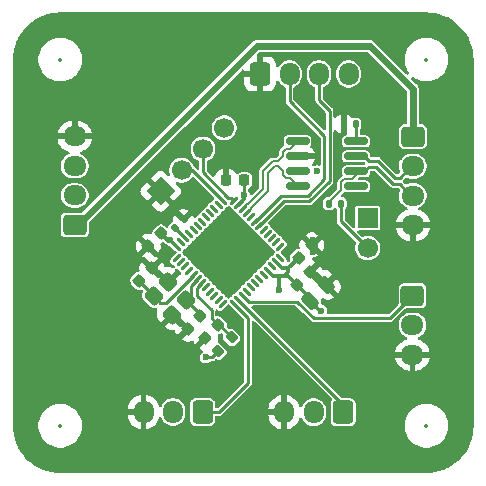
<source format=gtl>
%TF.GenerationSoftware,KiCad,Pcbnew,9.0.2-9.0.2-0~ubuntu22.04.1*%
%TF.CreationDate,2025-05-12T22:54:36+03:00*%
%TF.ProjectId,endpoint-driver,656e6470-6f69-46e7-942d-647269766572,rev?*%
%TF.SameCoordinates,Original*%
%TF.FileFunction,Copper,L1,Top*%
%TF.FilePolarity,Positive*%
%FSLAX46Y46*%
G04 Gerber Fmt 4.6, Leading zero omitted, Abs format (unit mm)*
G04 Created by KiCad (PCBNEW 9.0.2-9.0.2-0~ubuntu22.04.1) date 2025-05-12 22:54:36*
%MOMM*%
%LPD*%
G01*
G04 APERTURE LIST*
G04 Aperture macros list*
%AMRoundRect*
0 Rectangle with rounded corners*
0 $1 Rounding radius*
0 $2 $3 $4 $5 $6 $7 $8 $9 X,Y pos of 4 corners*
0 Add a 4 corners polygon primitive as box body*
4,1,4,$2,$3,$4,$5,$6,$7,$8,$9,$2,$3,0*
0 Add four circle primitives for the rounded corners*
1,1,$1+$1,$2,$3*
1,1,$1+$1,$4,$5*
1,1,$1+$1,$6,$7*
1,1,$1+$1,$8,$9*
0 Add four rect primitives between the rounded corners*
20,1,$1+$1,$2,$3,$4,$5,0*
20,1,$1+$1,$4,$5,$6,$7,0*
20,1,$1+$1,$6,$7,$8,$9,0*
20,1,$1+$1,$8,$9,$2,$3,0*%
%AMRotRect*
0 Rectangle, with rotation*
0 The origin of the aperture is its center*
0 $1 length*
0 $2 width*
0 $3 Rotation angle, in degrees counterclockwise*
0 Add horizontal line*
21,1,$1,$2,0,0,$3*%
G04 Aperture macros list end*
%TA.AperFunction,ComponentPad*%
%ADD10RoundRect,0.250000X-0.600000X-0.725000X0.600000X-0.725000X0.600000X0.725000X-0.600000X0.725000X0*%
%TD*%
%TA.AperFunction,ComponentPad*%
%ADD11O,1.700000X1.950000*%
%TD*%
%TA.AperFunction,ComponentPad*%
%ADD12RoundRect,0.250000X0.600000X0.725000X-0.600000X0.725000X-0.600000X-0.725000X0.600000X-0.725000X0*%
%TD*%
%TA.AperFunction,ComponentPad*%
%ADD13O,1.950000X1.700000*%
%TD*%
%TA.AperFunction,ComponentPad*%
%ADD14RoundRect,0.250000X-0.725000X0.600000X-0.725000X-0.600000X0.725000X-0.600000X0.725000X0.600000X0*%
%TD*%
%TA.AperFunction,ComponentPad*%
%ADD15RoundRect,0.250000X0.725000X-0.600000X0.725000X0.600000X-0.725000X0.600000X-0.725000X-0.600000X0*%
%TD*%
%TA.AperFunction,SMDPad,CuDef*%
%ADD16RoundRect,0.225000X0.017678X-0.335876X0.335876X-0.017678X-0.017678X0.335876X-0.335876X0.017678X0*%
%TD*%
%TA.AperFunction,SMDPad,CuDef*%
%ADD17RoundRect,0.250000X0.159099X-0.512652X0.512652X-0.159099X-0.159099X0.512652X-0.512652X0.159099X0*%
%TD*%
%TA.AperFunction,SMDPad,CuDef*%
%ADD18RoundRect,0.225000X-0.017678X0.335876X-0.335876X0.017678X0.017678X-0.335876X0.335876X-0.017678X0*%
%TD*%
%TA.AperFunction,SMDPad,CuDef*%
%ADD19RoundRect,0.135000X0.035355X-0.226274X0.226274X-0.035355X-0.035355X0.226274X-0.226274X0.035355X0*%
%TD*%
%TA.AperFunction,ComponentPad*%
%ADD20R,1.700000X1.700000*%
%TD*%
%TA.AperFunction,ComponentPad*%
%ADD21C,1.700000*%
%TD*%
%TA.AperFunction,SMDPad,CuDef*%
%ADD22RoundRect,0.250000X-0.565685X0.070711X0.070711X-0.565685X0.565685X-0.070711X-0.070711X0.565685X0*%
%TD*%
%TA.AperFunction,SMDPad,CuDef*%
%ADD23RoundRect,0.135000X0.135000X0.185000X-0.135000X0.185000X-0.135000X-0.185000X0.135000X-0.185000X0*%
%TD*%
%TA.AperFunction,SMDPad,CuDef*%
%ADD24RoundRect,0.225000X0.225000X0.250000X-0.225000X0.250000X-0.225000X-0.250000X0.225000X-0.250000X0*%
%TD*%
%TA.AperFunction,SMDPad,CuDef*%
%ADD25RoundRect,0.062500X-0.220971X-0.309359X0.309359X0.220971X0.220971X0.309359X-0.309359X-0.220971X0*%
%TD*%
%TA.AperFunction,SMDPad,CuDef*%
%ADD26RoundRect,0.062500X0.220971X-0.309359X0.309359X-0.220971X-0.220971X0.309359X-0.309359X0.220971X0*%
%TD*%
%TA.AperFunction,HeatsinkPad*%
%ADD27RotRect,5.600000X5.600000X45.000000*%
%TD*%
%TA.AperFunction,SMDPad,CuDef*%
%ADD28RoundRect,0.200000X0.053033X-0.335876X0.335876X-0.053033X-0.053033X0.335876X-0.335876X0.053033X0*%
%TD*%
%TA.AperFunction,ComponentPad*%
%ADD29RotRect,1.700000X1.700000X135.000000*%
%TD*%
%TA.AperFunction,SMDPad,CuDef*%
%ADD30RoundRect,0.150000X-0.825000X-0.150000X0.825000X-0.150000X0.825000X0.150000X-0.825000X0.150000X0*%
%TD*%
%TA.AperFunction,ViaPad*%
%ADD31C,0.600000*%
%TD*%
%TA.AperFunction,Conductor*%
%ADD32C,0.240000*%
%TD*%
%TA.AperFunction,Conductor*%
%ADD33C,0.600000*%
%TD*%
%TA.AperFunction,Conductor*%
%ADD34C,0.200000*%
%TD*%
%TA.AperFunction,Conductor*%
%ADD35C,0.310000*%
%TD*%
%ADD36C,0.300000*%
%ADD37C,0.350000*%
G04 APERTURE END LIST*
D10*
%TO.P,J8,1,Pin_1*%
%TO.N,GND*%
X21410000Y34287500D03*
D11*
%TO.P,J8,2,Pin_2*%
%TO.N,/MCU/SCL*%
X23910000Y34287500D03*
%TO.P,J8,3,Pin_3*%
%TO.N,/MCU/SDA*%
X26410000Y34287500D03*
%TO.P,J8,4,Pin_4*%
%TO.N,+3.3V*%
X28910000Y34287500D03*
%TD*%
%TO.P,J5,3,Pin_3*%
%TO.N,GND*%
X11550000Y5670000D03*
%TO.P,J5,2,Pin_2*%
%TO.N,+3.3V*%
X14050000Y5670000D03*
D12*
%TO.P,J5,1,Pin_1*%
%TO.N,/MCU/EXTI_BTN1*%
X16550000Y5670000D03*
%TD*%
D13*
%TO.P,J7,3,Pin_3*%
%TO.N,GND*%
X34320000Y10510000D03*
%TO.P,J7,2,Pin_2*%
%TO.N,+3.3V*%
X34320000Y13010000D03*
D14*
%TO.P,J7,1,Pin_1*%
%TO.N,/MCU/EXTI_BTN3*%
X34320000Y15510000D03*
%TD*%
D15*
%TO.P,J2,1,Pin_1*%
%TO.N,VCC*%
X5720000Y21500000D03*
D13*
%TO.P,J2,2,Pin_2*%
%TO.N,/CAN/CAN_P*%
X5720000Y24000000D03*
%TO.P,J2,3,Pin_3*%
%TO.N,/CAN/CAN_N*%
X5720000Y26500000D03*
%TO.P,J2,4,Pin_4*%
%TO.N,GND*%
X5720000Y29000000D03*
%TD*%
D16*
%TO.P,C11,2*%
%TO.N,/MCU/OSC_OUT*%
X16374144Y13783180D03*
%TO.P,C11,1*%
%TO.N,GND*%
X15278128Y12687164D03*
%TD*%
D17*
%TO.P,C8,1*%
%TO.N,+3.3V*%
X25648148Y15088249D03*
%TO.P,C8,2*%
%TO.N,GND*%
X26991650Y16431751D03*
%TD*%
D16*
%TO.P,C5,1*%
%TO.N,+3.3V*%
X24711891Y18711992D03*
%TO.P,C5,2*%
%TO.N,GND*%
X25807907Y19808008D03*
%TD*%
%TO.P,C4,1*%
%TO.N,+3.3V*%
X24511891Y16421992D03*
%TO.P,C4,2*%
%TO.N,GND*%
X25607907Y17518008D03*
%TD*%
D18*
%TO.P,C9,1*%
%TO.N,/MCU/NRST*%
X17887907Y13018008D03*
%TO.P,C9,2*%
%TO.N,GND*%
X16791891Y11921992D03*
%TD*%
D19*
%TO.P,R11,1*%
%TO.N,/MCU/BOOT*%
X14219325Y21259426D03*
%TO.P,R11,2*%
%TO.N,GND*%
X14940573Y21980674D03*
%TD*%
D14*
%TO.P,J3,1,Pin_1*%
%TO.N,VCC*%
X34357500Y28980000D03*
D13*
%TO.P,J3,2,Pin_2*%
%TO.N,/CAN/CAN_P*%
X34357500Y26480000D03*
%TO.P,J3,3,Pin_3*%
%TO.N,/CAN/CAN_N*%
X34357500Y23980000D03*
%TO.P,J3,4,Pin_4*%
%TO.N,GND*%
X34357500Y21480000D03*
%TD*%
D20*
%TO.P,J4,1,Pin_1*%
%TO.N,/CAN/CAN_P*%
X30520000Y22085000D03*
D21*
%TO.P,J4,2,Pin_2*%
%TO.N,Net-(J4-Pin_2)*%
X30520000Y19545000D03*
%TD*%
D22*
%TO.P,X1,1,1*%
%TO.N,/MCU/OSC_IN*%
X12427278Y15461949D03*
%TO.P,X1,2,2*%
%TO.N,GND*%
X13982913Y13906314D03*
%TO.P,X1,3,3*%
%TO.N,/MCU/OSC_OUT*%
X15184994Y15108395D03*
%TO.P,X1,4,4*%
%TO.N,GND*%
X13629359Y16664030D03*
%TD*%
D23*
%TO.P,R5,2*%
%TO.N,GND*%
X28510000Y30040000D03*
%TO.P,R5,1*%
%TO.N,Net-(U3-Rs)*%
X29530000Y30040000D03*
%TD*%
D16*
%TO.P,C10,1*%
%TO.N,/MCU/OSC_IN*%
X11168128Y16777164D03*
%TO.P,C10,2*%
%TO.N,GND*%
X12264144Y17873180D03*
%TD*%
D24*
%TO.P,C6,1*%
%TO.N,+3.3V*%
X20085000Y25270000D03*
%TO.P,C6,2*%
%TO.N,GND*%
X18535000Y25270000D03*
%TD*%
D25*
%TO.P,U2,1,VBAT*%
%TO.N,unconnected-(U2-VBAT-Pad1)*%
X14374777Y18693813D03*
%TO.P,U2,2,PC13*%
%TO.N,unconnected-(U2-PC13-Pad2)*%
X14728330Y18340260D03*
%TO.P,U2,3,PC14*%
%TO.N,unconnected-(U2-PC14-Pad3)*%
X15081884Y17986706D03*
%TO.P,U2,4,PC15*%
%TO.N,unconnected-(U2-PC15-Pad4)*%
X15435437Y17633153D03*
%TO.P,U2,5,PF0*%
%TO.N,/MCU/OSC_IN*%
X15788990Y17279600D03*
%TO.P,U2,6,PF1*%
%TO.N,/MCU/OSC_OUT*%
X16142544Y16926046D03*
%TO.P,U2,7,PG10*%
%TO.N,/MCU/NRST*%
X16496097Y16572493D03*
%TO.P,U2,8,PA0*%
%TO.N,unconnected-(U2-PA0-Pad8)*%
X16849651Y16218939D03*
%TO.P,U2,9,PA1*%
%TO.N,unconnected-(U2-PA1-Pad9)*%
X17203204Y15865386D03*
%TO.P,U2,10,PA2*%
%TO.N,unconnected-(U2-PA2-Pad10)*%
X17556757Y15511833D03*
%TO.P,U2,11,PA3*%
%TO.N,unconnected-(U2-PA3-Pad11)*%
X17910311Y15158279D03*
%TO.P,U2,12,PA4*%
%TO.N,unconnected-(U2-PA4-Pad12)*%
X18263864Y14804726D03*
D26*
%TO.P,U2,13,PA5*%
%TO.N,/MCU/EXTI_BTN1*%
X19236136Y14804726D03*
%TO.P,U2,14,PA6*%
%TO.N,/MCU/EXTI_BTN2*%
X19589689Y15158279D03*
%TO.P,U2,15,PA7*%
%TO.N,/MCU/EXTI_BTN3*%
X19943243Y15511833D03*
%TO.P,U2,16,PC4*%
%TO.N,unconnected-(U2-PC4-Pad16)*%
X20296796Y15865386D03*
%TO.P,U2,17,PB0*%
%TO.N,unconnected-(U2-PB0-Pad17)*%
X20650349Y16218939D03*
%TO.P,U2,18,PB1*%
%TO.N,unconnected-(U2-PB1-Pad18)*%
X21003903Y16572493D03*
%TO.P,U2,19,PB2*%
%TO.N,unconnected-(U2-PB2-Pad19)*%
X21357456Y16926046D03*
%TO.P,U2,20,VREF+*%
%TO.N,unconnected-(U2-VREF+-Pad20)*%
X21711010Y17279600D03*
%TO.P,U2,21,VDDA*%
%TO.N,+3.3V*%
X22064563Y17633153D03*
%TO.P,U2,22,PB10*%
%TO.N,unconnected-(U2-PB10-Pad22)*%
X22418116Y17986706D03*
%TO.P,U2,23,VDD*%
%TO.N,+3.3V*%
X22771670Y18340260D03*
%TO.P,U2,24,PB11*%
%TO.N,unconnected-(U2-PB11-Pad24)*%
X23125223Y18693813D03*
D25*
%TO.P,U2,25,PB12*%
%TO.N,unconnected-(U2-PB12-Pad25)*%
X23125223Y19666085D03*
%TO.P,U2,26,PB13*%
%TO.N,unconnected-(U2-PB13-Pad26)*%
X22771670Y20019638D03*
%TO.P,U2,27,PB14*%
%TO.N,unconnected-(U2-PB14-Pad27)*%
X22418116Y20373192D03*
%TO.P,U2,28,PB15*%
%TO.N,unconnected-(U2-PB15-Pad28)*%
X22064563Y20726745D03*
%TO.P,U2,29,PC6*%
%TO.N,unconnected-(U2-PC6-Pad29)*%
X21711010Y21080298D03*
%TO.P,U2,30,PA8*%
%TO.N,/MCU/SDA*%
X21357456Y21433852D03*
%TO.P,U2,31,PA9*%
%TO.N,/MCU/SCL*%
X21003903Y21787405D03*
%TO.P,U2,32,PA10*%
%TO.N,unconnected-(U2-PA10-Pad32)*%
X20650349Y22140959D03*
%TO.P,U2,33,PA11*%
%TO.N,/CAN/CAN_OUT-*%
X20296796Y22494512D03*
%TO.P,U2,34,PA12*%
%TO.N,/CAN/CAN_OUT+*%
X19943243Y22848065D03*
%TO.P,U2,35,VDD*%
%TO.N,+3.3V*%
X19589689Y23201619D03*
%TO.P,U2,36,PA13*%
%TO.N,/MCU/SWDIO*%
X19236136Y23555172D03*
D26*
%TO.P,U2,37,PA14*%
%TO.N,/MCU/SWCLK*%
X18263864Y23555172D03*
%TO.P,U2,38,PA15*%
%TO.N,unconnected-(U2-PA15-Pad38)*%
X17910311Y23201619D03*
%TO.P,U2,39,PC10*%
%TO.N,unconnected-(U2-PC10-Pad39)*%
X17556757Y22848065D03*
%TO.P,U2,40,PC11*%
%TO.N,unconnected-(U2-PC11-Pad40)*%
X17203204Y22494512D03*
%TO.P,U2,41,PB3*%
%TO.N,unconnected-(U2-PB3-Pad41)*%
X16849651Y22140959D03*
%TO.P,U2,42,PB4*%
%TO.N,unconnected-(U2-PB4-Pad42)*%
X16496097Y21787405D03*
%TO.P,U2,43,PB5*%
%TO.N,unconnected-(U2-PB5-Pad43)*%
X16142544Y21433852D03*
%TO.P,U2,44,PB6*%
%TO.N,unconnected-(U2-PB6-Pad44)*%
X15788990Y21080298D03*
%TO.P,U2,45,PB7*%
%TO.N,unconnected-(U2-PB7-Pad45)*%
X15435437Y20726745D03*
%TO.P,U2,46,PB8*%
%TO.N,/MCU/BOOT*%
X15081884Y20373192D03*
%TO.P,U2,47,PB9*%
%TO.N,unconnected-(U2-PB9-Pad47)*%
X14728330Y20019638D03*
%TO.P,U2,48,VDD*%
%TO.N,+3.3V*%
X14374777Y19666085D03*
D27*
%TO.P,U2,49,VSS*%
%TO.N,GND*%
X18750000Y19179949D03*
%TD*%
D18*
%TO.P,C7,1*%
%TO.N,+3.3V*%
X13047957Y20788058D03*
%TO.P,C7,2*%
%TO.N,GND*%
X11951941Y19692042D03*
%TD*%
D28*
%TO.P,R4,1*%
%TO.N,+3.3V*%
X17846536Y10806637D03*
%TO.P,R4,2*%
%TO.N,/MCU/NRST*%
X19013262Y11973363D03*
%TD*%
D29*
%TO.P,J1,1,Pin_1*%
%TO.N,GND*%
X13000000Y24340000D03*
D21*
%TO.P,J1,2,Pin_2*%
%TO.N,/MCU/SWCLK*%
X14796051Y26136051D03*
%TO.P,J1,3,Pin_3*%
%TO.N,/MCU/SWDIO*%
X16592102Y27932102D03*
%TO.P,J1,4,Pin_4*%
%TO.N,+3.3V*%
X18388154Y29728154D03*
%TD*%
D23*
%TO.P,R6,2*%
%TO.N,/CAN/CAN_N*%
X27250000Y23315000D03*
%TO.P,R6,1*%
%TO.N,Net-(J4-Pin_2)*%
X28270000Y23315000D03*
%TD*%
D30*
%TO.P,U3,8,Rs*%
%TO.N,Net-(U3-Rs)*%
X29545000Y28580000D03*
%TO.P,U3,7,CANH*%
%TO.N,/CAN/CAN_P*%
X29545000Y27310000D03*
%TO.P,U3,6,CANL*%
%TO.N,/CAN/CAN_N*%
X29545000Y26040000D03*
%TO.P,U3,5,Vref*%
%TO.N,unconnected-(U3-Vref-Pad5)*%
X29545000Y24770000D03*
%TO.P,U3,4,R*%
%TO.N,/CAN/CAN_OUT-*%
X24595000Y24770000D03*
%TO.P,U3,3,VCC*%
%TO.N,+3.3V*%
X24595000Y26040000D03*
%TO.P,U3,2,GND*%
%TO.N,GND*%
X24595000Y27310000D03*
%TO.P,U3,1,D*%
%TO.N,/CAN/CAN_OUT+*%
X24595000Y28580000D03*
%TD*%
D12*
%TO.P,J6,1,Pin_1*%
%TO.N,/MCU/EXTI_BTN2*%
X28450000Y5642500D03*
D11*
%TO.P,J6,2,Pin_2*%
%TO.N,+3.3V*%
X25950000Y5642500D03*
%TO.P,J6,3,Pin_3*%
%TO.N,GND*%
X23450000Y5642500D03*
%TD*%
D31*
%TO.N,+3.3V*%
X26580000Y14250000D03*
X23030000Y16000000D03*
X16819899Y10280000D03*
%TO.N,GND*%
X25860000Y20190000D03*
X25870000Y19250000D03*
%TO.N,+3.3V*%
X13784899Y20255000D03*
X20079899Y24010000D03*
X26250000Y26040000D03*
%TD*%
D32*
%TO.N,/MCU/SDA*%
X21357456Y21433852D02*
X21357456Y21437456D01*
X21357456Y21437456D02*
X23410000Y23490000D01*
X25583920Y23490000D02*
X27312000Y25218080D01*
X23410000Y23490000D02*
X25583920Y23490000D01*
X27312000Y25218080D02*
X27312000Y31178000D01*
X27312000Y31178000D02*
X26410000Y32080000D01*
X26410000Y32080000D02*
X26410000Y34287500D01*
%TO.N,/MCU/SCL*%
X26871000Y29059000D02*
X23910000Y32020000D01*
X23910000Y32020000D02*
X23910000Y34287500D01*
%TO.N,/MCU/EXTI_BTN3*%
X19943243Y15511833D02*
X20445076Y15010000D01*
X20445076Y15010000D02*
X24565327Y15010000D01*
X24565327Y15010000D02*
X25946327Y13629000D01*
X25946327Y13629000D02*
X32439000Y13629000D01*
X32439000Y13629000D02*
X34320000Y15510000D01*
%TO.N,Net-(J4-Pin_2)*%
X28270000Y23315000D02*
X28270000Y21795000D01*
X28270000Y21795000D02*
X30520000Y19545000D01*
%TO.N,+3.3V*%
X26580000Y14250000D02*
X26486397Y14250000D01*
X26486397Y14250000D02*
X25648148Y15088249D01*
D33*
%TO.N,VCC*%
X34357500Y28980000D02*
X34357500Y33002500D01*
X34357500Y33002500D02*
X30690000Y36670000D01*
X30690000Y36670000D02*
X21170000Y36670000D01*
X21170000Y36670000D02*
X6000000Y21500000D01*
X6000000Y21500000D02*
X5720000Y21500000D01*
D34*
%TO.N,/CAN/CAN_N*%
X29545000Y26040000D02*
X29545000Y25715000D01*
X29545000Y25715000D02*
X29201000Y25371000D01*
X29201000Y25371000D02*
X28529032Y25371000D01*
X28529032Y25371000D02*
X28269000Y25110968D01*
X28269000Y25110968D02*
X28269000Y24439000D01*
X27250000Y23420000D02*
X27250000Y23315000D01*
X28269000Y24439000D02*
X27250000Y23420000D01*
D32*
%TO.N,/MCU/SCL*%
X26871000Y29059000D02*
X26871000Y25400748D01*
X23186498Y23970000D02*
X21003903Y21787405D01*
X26871000Y25400748D02*
X25440252Y23970000D01*
X25440252Y23970000D02*
X23186498Y23970000D01*
D34*
%TO.N,/CAN/CAN_OUT+*%
X20338959Y23243781D02*
X19943243Y22848065D01*
X21655000Y26083198D02*
X21655000Y24524466D01*
X22915001Y26900001D02*
X22471803Y26900001D01*
%TO.N,/CAN/CAN_OUT-*%
X23926000Y25439000D02*
X23579032Y25439000D01*
%TO.N,/CAN/CAN_OUT+*%
X22471803Y26900001D02*
X21655000Y26083198D01*
X23319000Y27304000D02*
X22915001Y26900001D01*
%TO.N,/CAN/CAN_OUT-*%
X22658197Y26449999D02*
X22105000Y25896802D01*
%TO.N,/CAN/CAN_OUT+*%
X23319000Y27650968D02*
X23319000Y27304000D01*
%TO.N,/CAN/CAN_OUT-*%
X22915001Y26449999D02*
X22658197Y26449999D01*
X20692512Y22890228D02*
X20296796Y22494512D01*
%TO.N,/CAN/CAN_OUT+*%
X23579032Y27911000D02*
X23319000Y27650968D01*
%TO.N,/CAN/CAN_OUT-*%
X24595000Y24770000D02*
X23926000Y25439000D01*
%TO.N,/CAN/CAN_OUT+*%
X24595000Y28580000D02*
X23926000Y27911000D01*
X21655000Y24524466D02*
X20374315Y23243781D01*
X20374315Y23243781D02*
X20338959Y23243781D01*
%TO.N,/CAN/CAN_OUT-*%
X22105000Y25896802D02*
X22105000Y24338072D01*
%TO.N,/CAN/CAN_OUT+*%
X23926000Y27911000D02*
X23579032Y27911000D01*
%TO.N,/CAN/CAN_OUT-*%
X23579032Y25439000D02*
X23319000Y25699032D01*
X23319000Y25699032D02*
X23319000Y26046000D01*
X23319000Y26046000D02*
X22915001Y26449999D01*
X22105000Y24338072D02*
X20692512Y22925584D01*
X20692512Y22925584D02*
X20692512Y22890228D01*
D32*
%TO.N,/CAN/CAN_N*%
X30610000Y26430000D02*
X30220000Y26040000D01*
X30896869Y26430000D02*
X30610000Y26430000D01*
X30898045Y26431176D02*
X30896869Y26430000D01*
%TO.N,/CAN/CAN_P*%
X34232500Y26480000D02*
X33227500Y25475000D01*
X32861482Y25475000D02*
X31415306Y26921176D01*
X31415306Y26921176D02*
X30710532Y26921176D01*
%TO.N,/CAN/CAN_N*%
X30220000Y26040000D02*
X29545000Y26040000D01*
%TO.N,/CAN/CAN_P*%
X34357500Y26480000D02*
X34232500Y26480000D01*
X33227500Y25475000D02*
X32861482Y25475000D01*
X30710532Y26921176D02*
X30709356Y26920000D01*
X30709356Y26920000D02*
X30610000Y26920000D01*
X30610000Y26920000D02*
X30220000Y27310000D01*
X30220000Y27310000D02*
X29545000Y27310000D01*
%TO.N,/CAN/CAN_N*%
X31212342Y26431176D02*
X30898045Y26431176D01*
X34357500Y23980000D02*
X34232500Y23980000D01*
X34232500Y23980000D02*
X33227500Y24985000D01*
X33227500Y24985000D02*
X32658518Y24985000D01*
X32658518Y24985000D02*
X31212342Y26431176D01*
D35*
%TO.N,+3.3V*%
X22549899Y17147817D02*
X23020000Y17147817D01*
X23030000Y16000000D02*
X23030000Y17137817D01*
X23030000Y17137817D02*
X23020000Y17147817D01*
X23457817Y17147817D02*
X23786066Y17147817D01*
X23786066Y17147817D02*
X24511891Y16421992D01*
X23819899Y17820000D02*
X23819899Y17509899D01*
X23819899Y17509899D02*
X23457817Y17147817D01*
X23020000Y17147817D02*
X23457817Y17147817D01*
X23490000Y17820000D02*
X23291930Y17820000D01*
D32*
X20079899Y24010000D02*
X20079899Y25264899D01*
X20079899Y25264899D02*
X20085000Y25270000D01*
%TO.N,/MCU/SWDIO*%
X18980899Y23810409D02*
X18741195Y23810409D01*
X18741195Y23810409D02*
X16592102Y25959502D01*
X16592102Y25959502D02*
X16592102Y27932102D01*
%TO.N,/MCU/SWCLK*%
X14796051Y26136051D02*
X15682985Y26136051D01*
X15682985Y26136051D02*
X18263864Y23555172D01*
%TO.N,/MCU/EXTI_BTN2*%
X19589689Y15158279D02*
X28450000Y6297968D01*
X28450000Y6297968D02*
X28450000Y5642500D01*
%TO.N,/MCU/EXTI_BTN1*%
X19236136Y14804726D02*
X20410000Y13630862D01*
X20410000Y13630862D02*
X20410000Y8110000D01*
X20410000Y8110000D02*
X17950000Y5650000D01*
X17950000Y5650000D02*
X17930000Y5670000D01*
X17930000Y5670000D02*
X16550000Y5670000D01*
%TO.N,+3.3V*%
X25648148Y15088249D02*
X25648148Y15285735D01*
X25648148Y15285735D02*
X24511891Y16421992D01*
X16819899Y10280000D02*
X17319899Y10280000D01*
X17319899Y10280000D02*
X17846536Y10806637D01*
D35*
X23291930Y17820000D02*
X22771670Y18340260D01*
D32*
X19589689Y23201619D02*
X19601518Y23201619D01*
X13784899Y20255000D02*
X13783783Y20256116D01*
D35*
X23819899Y17820000D02*
X24711891Y18711992D01*
X23669899Y17820000D02*
X23490000Y17820000D01*
X22549899Y17147817D02*
X22064563Y17633153D01*
D32*
X17643262Y10723363D02*
X17562552Y10723363D01*
D35*
X19601518Y23201619D02*
X19989899Y23590000D01*
D32*
X13783783Y20256116D02*
X13579899Y20256116D01*
D35*
X14373814Y19666085D02*
X13784899Y20255000D01*
X23669899Y17820000D02*
X23819899Y17820000D01*
D32*
X19589689Y23201619D02*
X19591518Y23201619D01*
D35*
X20079899Y23680000D02*
X20079899Y24010000D01*
X13579899Y20256116D02*
X13047957Y20788058D01*
D32*
X14374777Y19666085D02*
X14373814Y19666085D01*
D35*
X19989899Y23590000D02*
X20079899Y23680000D01*
D32*
%TO.N,/MCU/SWDIO*%
X19236136Y23555172D02*
X18980899Y23810409D01*
%TO.N,/MCU/NRST*%
X17309899Y13600000D02*
X17309899Y14285980D01*
X17419899Y13490000D02*
X17309899Y13600000D01*
X17887907Y13018008D02*
X17968617Y13018008D01*
X19013262Y11973363D02*
X18932552Y11973363D01*
X16097889Y15497990D02*
X16097889Y16174285D01*
X17309899Y14285980D02*
X16097889Y15497990D01*
X17419899Y13486016D02*
X17419899Y13490000D01*
X16097889Y16174285D02*
X16496097Y16572493D01*
X17887907Y13018008D02*
X17419899Y13486016D01*
X17968617Y13018008D02*
X19013262Y11973363D01*
%TO.N,/MCU/OSC_IN*%
X13439390Y14930000D02*
X12959227Y14930000D01*
X11168128Y16777164D02*
X11168128Y16721099D01*
X11168128Y16721099D02*
X12427278Y15461949D01*
X15788990Y17279600D02*
X13439390Y14930000D01*
X12959227Y14930000D02*
X12427278Y15461949D01*
%TO.N,/MCU/OSC_OUT*%
X15579899Y15510000D02*
X15184994Y15115095D01*
X16374144Y13783180D02*
X16374144Y13919245D01*
X16374144Y13919245D02*
X15184994Y15108395D01*
X16142544Y16926046D02*
X15579899Y16363401D01*
X15184994Y15115095D02*
X15184994Y15108395D01*
X15579899Y16363401D02*
X15579899Y15510000D01*
%TO.N,Net-(U3-Rs)*%
X29530000Y28595000D02*
X29545000Y28580000D01*
X29530000Y30040000D02*
X29530000Y28595000D01*
%TO.N,unconnected-(U2-PB15-Pad28)*%
X22064563Y20726745D02*
X22066644Y20726745D01*
D34*
%TO.N,/CAN/CAN_OUT-*%
X23920000Y24770000D02*
X24595000Y24770000D01*
X20296796Y22494512D02*
X20296796Y22529866D01*
%TO.N,/CAN/CAN_OUT+*%
X23920000Y28580000D02*
X24595000Y28580000D01*
X19943243Y22848065D02*
X19978597Y22848065D01*
D32*
%TO.N,/MCU/BOOT*%
X15081884Y20396867D02*
X14219325Y21259426D01*
X15081884Y20373192D02*
X15081884Y20396867D01*
%TD*%
%TA.AperFunction,Conductor*%
%TO.N,GND*%
G36*
X18751478Y23082852D02*
G01*
X18779351Y23084153D01*
X18789334Y23080145D01*
X18793334Y23079859D01*
X18798805Y23076342D01*
X18812104Y23071004D01*
X18826183Y23062856D01*
X18847511Y23041530D01*
X18912548Y22998073D01*
X18951548Y22990314D01*
X18969323Y22980030D01*
X19017490Y22929416D01*
X19028836Y22896899D01*
X19032589Y22878033D01*
X19032589Y22878032D01*
X19076046Y22812993D01*
X19201065Y22687975D01*
X19266101Y22644519D01*
X19266100Y22644519D01*
X19284969Y22640766D01*
X19346878Y22608378D01*
X19381450Y22547661D01*
X19382390Y22543345D01*
X19386143Y22524479D01*
X19386143Y22524478D01*
X19429600Y22459439D01*
X19554619Y22334421D01*
X19619653Y22290966D01*
X19619656Y22290965D01*
X19638522Y22287212D01*
X19700432Y22254825D01*
X19735004Y22194108D01*
X19735943Y22189792D01*
X19739696Y22170926D01*
X19739696Y22170925D01*
X19783153Y22105886D01*
X19908172Y21980868D01*
X19973206Y21937413D01*
X19973209Y21937412D01*
X19992075Y21933659D01*
X20053985Y21901272D01*
X20088557Y21840555D01*
X20089496Y21836239D01*
X20093249Y21817373D01*
X20093249Y21817372D01*
X20136706Y21752333D01*
X20261725Y21627315D01*
X20326761Y21583859D01*
X20326760Y21583859D01*
X20345629Y21580106D01*
X20407538Y21547718D01*
X20442110Y21487001D01*
X20443050Y21482685D01*
X20446803Y21463819D01*
X20446803Y21463818D01*
X20490260Y21398779D01*
X20615279Y21273761D01*
X20680313Y21230306D01*
X20680316Y21230305D01*
X20699182Y21226552D01*
X20761092Y21194165D01*
X20795664Y21133448D01*
X20796603Y21129132D01*
X20800356Y21110266D01*
X20800356Y21110265D01*
X20843813Y21045226D01*
X20968832Y20920208D01*
X21033868Y20876752D01*
X21033867Y20876752D01*
X21052736Y20872999D01*
X21114645Y20840611D01*
X21149217Y20779894D01*
X21150157Y20775578D01*
X21153910Y20756712D01*
X21153910Y20756711D01*
X21197367Y20691672D01*
X21322386Y20566654D01*
X21387420Y20523199D01*
X21387423Y20523198D01*
X21406289Y20519445D01*
X21468199Y20487058D01*
X21502771Y20426341D01*
X21503710Y20422025D01*
X21507463Y20403159D01*
X21507463Y20403158D01*
X21550920Y20338119D01*
X21675939Y20213101D01*
X21740973Y20169646D01*
X21740976Y20169645D01*
X21759842Y20165892D01*
X21821752Y20133505D01*
X21856324Y20072788D01*
X21857263Y20068472D01*
X21861016Y20049606D01*
X21861016Y20049605D01*
X21904473Y19984566D01*
X22029492Y19859548D01*
X22094528Y19816092D01*
X22094527Y19816092D01*
X22113396Y19812339D01*
X22175305Y19779951D01*
X22209877Y19719234D01*
X22210817Y19714918D01*
X22214570Y19696052D01*
X22214570Y19696051D01*
X22258027Y19631012D01*
X22383046Y19505994D01*
X22448080Y19462539D01*
X22448083Y19462538D01*
X22466949Y19458785D01*
X22528859Y19426398D01*
X22550080Y19399273D01*
X22560366Y19381496D01*
X22568124Y19342497D01*
X22611580Y19277460D01*
X22632907Y19256132D01*
X22641055Y19242052D01*
X22645630Y19223269D01*
X22654895Y19206302D01*
X22653730Y19190023D01*
X22657593Y19174168D01*
X22651287Y19155893D01*
X22649908Y19136610D01*
X22638523Y19118895D01*
X22634805Y19108119D01*
X22628305Y19102997D01*
X22621409Y19092267D01*
X22611583Y19082441D01*
X22611580Y19082437D01*
X22568123Y19017400D01*
X22568122Y19017399D01*
X22564371Y18998537D01*
X22531986Y18936626D01*
X22471271Y18902052D01*
X22466978Y18901117D01*
X22448082Y18897359D01*
X22448080Y18897358D01*
X22383046Y18853904D01*
X22258026Y18728883D01*
X22214570Y18663847D01*
X22210817Y18644980D01*
X22178430Y18583070D01*
X22117714Y18548497D01*
X22113422Y18547563D01*
X22094528Y18543805D01*
X22094526Y18543804D01*
X22029492Y18500350D01*
X21904472Y18375329D01*
X21861016Y18310293D01*
X21861015Y18310292D01*
X21857264Y18291430D01*
X21824879Y18229519D01*
X21764164Y18194945D01*
X21759871Y18194010D01*
X21740975Y18190252D01*
X21740973Y18190251D01*
X21675939Y18146797D01*
X21550919Y18021776D01*
X21507463Y17956740D01*
X21507462Y17956739D01*
X21503711Y17937877D01*
X21471326Y17875966D01*
X21410611Y17841392D01*
X21406318Y17840457D01*
X21387422Y17836699D01*
X21387420Y17836698D01*
X21322386Y17793244D01*
X21197366Y17668223D01*
X21153910Y17603187D01*
X21150157Y17584320D01*
X21117770Y17522410D01*
X21057054Y17487837D01*
X21052762Y17486903D01*
X21033868Y17483145D01*
X21033866Y17483144D01*
X20968832Y17439690D01*
X20843812Y17314669D01*
X20800356Y17249633D01*
X20800355Y17249632D01*
X20796604Y17230770D01*
X20764219Y17168859D01*
X20703504Y17134285D01*
X20699211Y17133350D01*
X20680315Y17129592D01*
X20680313Y17129591D01*
X20615279Y17086137D01*
X20490259Y16961116D01*
X20446803Y16896080D01*
X20443050Y16877213D01*
X20410663Y16815303D01*
X20349947Y16780730D01*
X20345655Y16779796D01*
X20326761Y16776038D01*
X20326759Y16776037D01*
X20261725Y16732583D01*
X20136705Y16607562D01*
X20093249Y16542526D01*
X20093248Y16542525D01*
X20089497Y16523663D01*
X20057112Y16461752D01*
X19996397Y16427178D01*
X19992104Y16426243D01*
X19973208Y16422485D01*
X19973206Y16422484D01*
X19908172Y16379030D01*
X19783152Y16254009D01*
X19739696Y16188973D01*
X19739695Y16188972D01*
X19735944Y16170110D01*
X19703559Y16108199D01*
X19642844Y16073625D01*
X19638551Y16072690D01*
X19619655Y16068932D01*
X19619653Y16068931D01*
X19554619Y16025477D01*
X19429599Y15900456D01*
X19386143Y15835420D01*
X19382390Y15816553D01*
X19350003Y15754643D01*
X19289287Y15720070D01*
X19284995Y15719136D01*
X19266101Y15715378D01*
X19266099Y15715377D01*
X19201065Y15671923D01*
X19076045Y15546902D01*
X19032589Y15481866D01*
X19032588Y15481865D01*
X19028837Y15463003D01*
X18996452Y15401092D01*
X18969324Y15379867D01*
X18951551Y15369583D01*
X18912548Y15361825D01*
X18847511Y15318369D01*
X18826181Y15297039D01*
X18812103Y15288893D01*
X18793321Y15284317D01*
X18776357Y15275054D01*
X18760076Y15276218D01*
X18744218Y15272355D01*
X18725946Y15278659D01*
X18706665Y15280038D01*
X18688950Y15291423D01*
X18678169Y15295143D01*
X18673045Y15301645D01*
X18662315Y15308542D01*
X18652494Y15318363D01*
X18652489Y15318368D01*
X18587452Y15361825D01*
X18568589Y15365577D01*
X18506679Y15397959D01*
X18472103Y15458674D01*
X18471162Y15463003D01*
X18467410Y15481867D01*
X18423954Y15546904D01*
X18298936Y15671921D01*
X18233899Y15715378D01*
X18215036Y15719129D01*
X18153126Y15751512D01*
X18118549Y15812226D01*
X18117609Y15816553D01*
X18113856Y15835421D01*
X18070400Y15900458D01*
X17945382Y16025475D01*
X17880345Y16068932D01*
X17861482Y16072684D01*
X17799572Y16105066D01*
X17764996Y16165781D01*
X17764055Y16170110D01*
X17760303Y16188974D01*
X17716847Y16254011D01*
X17591829Y16379028D01*
X17526792Y16422485D01*
X17507929Y16426237D01*
X17446019Y16458619D01*
X17411443Y16519334D01*
X17410502Y16523663D01*
X17406750Y16542527D01*
X17363294Y16607564D01*
X17238276Y16732581D01*
X17173239Y16776038D01*
X17154376Y16779789D01*
X17092466Y16812172D01*
X17057889Y16872886D01*
X17056949Y16877213D01*
X17053196Y16896081D01*
X17009740Y16961118D01*
X16884722Y17086135D01*
X16819685Y17129592D01*
X16800822Y17133344D01*
X16738912Y17165726D01*
X16704336Y17226441D01*
X16703395Y17230770D01*
X16699643Y17249634D01*
X16656187Y17314671D01*
X16531169Y17439688D01*
X16466132Y17483145D01*
X16447269Y17486896D01*
X16385359Y17519279D01*
X16350782Y17579993D01*
X16349842Y17584320D01*
X16346089Y17603188D01*
X16302633Y17668225D01*
X16177615Y17793242D01*
X16112578Y17836699D01*
X16093715Y17840451D01*
X16031805Y17872833D01*
X15997229Y17933548D01*
X15996288Y17937877D01*
X15992536Y17956741D01*
X15949080Y18021778D01*
X15824062Y18146795D01*
X15759025Y18190252D01*
X15740162Y18194004D01*
X15678252Y18226386D01*
X15643676Y18287101D01*
X15642735Y18291430D01*
X15638983Y18310294D01*
X15595527Y18375331D01*
X15470509Y18500348D01*
X15405472Y18543805D01*
X15386609Y18547556D01*
X15324699Y18579939D01*
X15290122Y18640653D01*
X15289182Y18644980D01*
X15285429Y18663848D01*
X15241973Y18728885D01*
X15116955Y18853902D01*
X15051918Y18897359D01*
X15033055Y18901111D01*
X14971145Y18933493D01*
X14949918Y18960624D01*
X14939634Y18978395D01*
X14931876Y19017401D01*
X14888420Y19082438D01*
X14867089Y19103768D01*
X14858944Y19117845D01*
X14854368Y19136626D01*
X14845105Y19153591D01*
X14846269Y19169871D01*
X14842406Y19185730D01*
X14848710Y19204001D01*
X14850089Y19223283D01*
X14861474Y19240998D01*
X14865194Y19251779D01*
X14871694Y19256901D01*
X14878590Y19267630D01*
X14888416Y19277456D01*
X14888419Y19277460D01*
X14910773Y19310915D01*
X14931876Y19342497D01*
X14935627Y19361358D01*
X14968010Y19423269D01*
X15028725Y19457845D01*
X15033054Y19458786D01*
X15051913Y19462537D01*
X15051916Y19462538D01*
X15051917Y19462538D01*
X15051918Y19462539D01*
X15116955Y19505995D01*
X15241972Y19631013D01*
X15242118Y19631231D01*
X15285428Y19696048D01*
X15285429Y19696050D01*
X15289181Y19714912D01*
X15321564Y19776822D01*
X15382279Y19811398D01*
X15386604Y19812339D01*
X15405468Y19816091D01*
X15405470Y19816092D01*
X15405471Y19816092D01*
X15405472Y19816093D01*
X15470509Y19859549D01*
X15595526Y19984567D01*
X15598935Y19989668D01*
X15623667Y20026682D01*
X15638983Y20049604D01*
X15642734Y20068465D01*
X15675117Y20130376D01*
X15735832Y20164952D01*
X15740161Y20165893D01*
X15759020Y20169644D01*
X15759023Y20169645D01*
X15759024Y20169645D01*
X15759025Y20169646D01*
X15824062Y20213102D01*
X15949079Y20338120D01*
X15952492Y20343227D01*
X15992535Y20403156D01*
X15992536Y20403157D01*
X15996287Y20422018D01*
X16028670Y20483929D01*
X16089385Y20518505D01*
X16093714Y20519446D01*
X16112573Y20523197D01*
X16112576Y20523198D01*
X16112577Y20523198D01*
X16112578Y20523199D01*
X16177615Y20566655D01*
X16302632Y20691673D01*
X16302633Y20691674D01*
X16346088Y20756708D01*
X16346089Y20756710D01*
X16349841Y20775572D01*
X16382224Y20837482D01*
X16442939Y20872058D01*
X16447264Y20872999D01*
X16466128Y20876751D01*
X16466130Y20876752D01*
X16466131Y20876752D01*
X16466132Y20876753D01*
X16531169Y20920209D01*
X16656186Y21045227D01*
X16656792Y21046133D01*
X16682994Y21085348D01*
X16699643Y21110264D01*
X16703394Y21129125D01*
X16735777Y21191036D01*
X16796492Y21225612D01*
X16800821Y21226553D01*
X16819680Y21230304D01*
X16819683Y21230305D01*
X16819684Y21230305D01*
X16819685Y21230306D01*
X16884722Y21273762D01*
X17009739Y21398780D01*
X17013151Y21403886D01*
X17053195Y21463815D01*
X17053196Y21463817D01*
X17056948Y21482679D01*
X17089331Y21544589D01*
X17150046Y21579165D01*
X17154371Y21580106D01*
X17173235Y21583858D01*
X17173237Y21583859D01*
X17173238Y21583859D01*
X17173239Y21583860D01*
X17238276Y21627316D01*
X17363293Y21752334D01*
X17363607Y21752803D01*
X17406749Y21817370D01*
X17406750Y21817371D01*
X17410501Y21836232D01*
X17442884Y21898143D01*
X17503599Y21932719D01*
X17507928Y21933660D01*
X17526787Y21937411D01*
X17526790Y21937412D01*
X17526791Y21937412D01*
X17526792Y21937413D01*
X17591829Y21980869D01*
X17716846Y22105887D01*
X17721882Y22113423D01*
X17760302Y22170923D01*
X17760303Y22170924D01*
X17764054Y22189785D01*
X17796437Y22251696D01*
X17857152Y22286272D01*
X17861481Y22287213D01*
X17880340Y22290964D01*
X17880343Y22290965D01*
X17880344Y22290965D01*
X17880345Y22290966D01*
X17945382Y22334422D01*
X18070399Y22459440D01*
X18073811Y22464546D01*
X18113855Y22524475D01*
X18113856Y22524477D01*
X18117608Y22543339D01*
X18149991Y22605249D01*
X18210706Y22639825D01*
X18215031Y22640766D01*
X18233895Y22644518D01*
X18233897Y22644519D01*
X18233898Y22644519D01*
X18233899Y22644520D01*
X18298936Y22687976D01*
X18423953Y22812994D01*
X18425733Y22815657D01*
X18467409Y22878030D01*
X18467410Y22878031D01*
X18471161Y22896892D01*
X18503544Y22958803D01*
X18564259Y22993379D01*
X18568588Y22994320D01*
X18587447Y22998071D01*
X18587450Y22998072D01*
X18587451Y22998072D01*
X18587452Y22998073D01*
X18619970Y23019801D01*
X18652491Y23041530D01*
X18662319Y23051358D01*
X18686810Y23064731D01*
X18709557Y23080896D01*
X18717054Y23081245D01*
X18723642Y23084843D01*
X18751478Y23082852D01*
G37*
%TD.AperFunction*%
%TA.AperFunction,Conductor*%
G36*
X35502855Y39499368D02*
G01*
X35863303Y39482703D01*
X35874707Y39481646D01*
X36229231Y39432192D01*
X36240490Y39430087D01*
X36588931Y39348135D01*
X36599947Y39345001D01*
X36939355Y39231243D01*
X36950035Y39227105D01*
X37277482Y39082523D01*
X37287735Y39077418D01*
X37600452Y38903234D01*
X37610190Y38897205D01*
X37905512Y38694906D01*
X37914652Y38688003D01*
X38190035Y38459328D01*
X38198499Y38451612D01*
X38451612Y38198499D01*
X38459328Y38190035D01*
X38688003Y37914652D01*
X38694906Y37905512D01*
X38897205Y37610190D01*
X38903234Y37600452D01*
X39077418Y37287735D01*
X39082523Y37277482D01*
X39227105Y36950035D01*
X39231243Y36939355D01*
X39345001Y36599947D01*
X39348135Y36588931D01*
X39430087Y36240490D01*
X39432192Y36229231D01*
X39481646Y35874707D01*
X39482703Y35863303D01*
X39499368Y35502855D01*
X39499500Y35497128D01*
X39499500Y4502871D01*
X39499368Y4497144D01*
X39482703Y4136696D01*
X39481646Y4125292D01*
X39432192Y3770768D01*
X39430087Y3759509D01*
X39348135Y3411068D01*
X39345001Y3400052D01*
X39231243Y3060644D01*
X39227105Y3049965D01*
X39186527Y2958064D01*
X39082523Y2722517D01*
X39077418Y2712264D01*
X38903234Y2399547D01*
X38897205Y2389809D01*
X38694906Y2094487D01*
X38688003Y2085347D01*
X38459328Y1809964D01*
X38451612Y1801500D01*
X38198499Y1548387D01*
X38190035Y1540671D01*
X37914652Y1311996D01*
X37905512Y1305093D01*
X37610190Y1102794D01*
X37600452Y1096765D01*
X37287735Y922581D01*
X37277488Y917479D01*
X36950022Y772889D01*
X36939368Y768761D01*
X36599934Y654994D01*
X36588944Y651867D01*
X36240482Y569910D01*
X36229238Y567808D01*
X35874700Y518352D01*
X35863310Y517296D01*
X35509174Y500924D01*
X35502855Y500632D01*
X35497128Y500500D01*
X4502872Y500500D01*
X4497145Y500632D01*
X4491523Y500891D01*
X4136687Y517296D01*
X4125301Y518352D01*
X3770757Y567809D01*
X3759520Y569909D01*
X3411049Y651869D01*
X3400070Y654992D01*
X3060623Y768763D01*
X3049984Y772886D01*
X2722503Y917482D01*
X2712277Y922574D01*
X2399541Y1096768D01*
X2389814Y1102790D01*
X2094472Y1305103D01*
X2085360Y1311985D01*
X1809951Y1540682D01*
X1801511Y1548376D01*
X1548376Y1801511D01*
X1540682Y1809951D01*
X1311985Y2085360D01*
X1305103Y2094472D01*
X1102790Y2389814D01*
X1096765Y2399547D01*
X957541Y2649500D01*
X922574Y2712277D01*
X917482Y2722503D01*
X772886Y3049984D01*
X768763Y3060623D01*
X654992Y3400070D01*
X651869Y3411049D01*
X569909Y3759520D01*
X567809Y3770757D01*
X518352Y4125301D01*
X517296Y4136696D01*
X514819Y4190268D01*
X500631Y4497145D01*
X500500Y4502871D01*
X500500Y4621288D01*
X2649500Y4621288D01*
X2649500Y4378711D01*
X2681161Y4138214D01*
X2743947Y3903895D01*
X2836773Y3679794D01*
X2836777Y3679785D01*
X2958067Y3469706D01*
X3105733Y3277263D01*
X3105739Y3277256D01*
X3277256Y3105739D01*
X3277263Y3105733D01*
X3469706Y2958067D01*
X3679785Y2836777D01*
X3679794Y2836773D01*
X3903895Y2743947D01*
X4138214Y2681161D01*
X4378711Y2649500D01*
X4378712Y2649500D01*
X4621289Y2649500D01*
X4861785Y2681161D01*
X5096104Y2743947D01*
X5320205Y2836773D01*
X5320214Y2836777D01*
X5358661Y2858974D01*
X5530289Y2958064D01*
X5656898Y3055214D01*
X5722736Y3105733D01*
X5722743Y3105739D01*
X5894260Y3277256D01*
X5894266Y3277263D01*
X6041932Y3469706D01*
X6041936Y3469711D01*
X6163224Y3679788D01*
X6256054Y3903900D01*
X6318838Y4138211D01*
X6350500Y4378712D01*
X6350500Y4621288D01*
X6318838Y4861789D01*
X6256054Y5096100D01*
X6163224Y5320212D01*
X6121489Y5392500D01*
X6120009Y5395063D01*
X6093181Y5441530D01*
X6041936Y5530289D01*
X5894265Y5722738D01*
X5884468Y5732535D01*
X5821748Y5795256D01*
X5722743Y5894260D01*
X5722738Y5894265D01*
X5689199Y5920000D01*
X10202970Y5920000D01*
X11145854Y5920000D01*
X11107370Y5853343D01*
X11075000Y5732535D01*
X11075000Y5607465D01*
X11107370Y5486657D01*
X11145854Y5420000D01*
X10202970Y5420000D01*
X10233242Y5228872D01*
X10233242Y5228869D01*
X10298904Y5026782D01*
X10395379Y4837442D01*
X10520272Y4665540D01*
X10520276Y4665535D01*
X10670535Y4515276D01*
X10670540Y4515272D01*
X10842442Y4390379D01*
X11031784Y4293903D01*
X11233875Y4228241D01*
X11299999Y4217768D01*
X11300000Y4217768D01*
X11300000Y5265854D01*
X11366657Y5227370D01*
X11487465Y5195000D01*
X11612535Y5195000D01*
X11733343Y5227370D01*
X11800000Y5265854D01*
X11800000Y4217768D01*
X11866124Y4228241D01*
X12068215Y4293903D01*
X12257557Y4390379D01*
X12429459Y4515272D01*
X12429464Y4515276D01*
X12579723Y4665535D01*
X12579727Y4665540D01*
X12704620Y4837442D01*
X12801095Y5026782D01*
X12840759Y5148855D01*
X12880196Y5206530D01*
X12944555Y5233729D01*
X13013401Y5221815D01*
X13064877Y5174570D01*
X13073251Y5157990D01*
X13119057Y5047404D01*
X13234024Y4875342D01*
X13380342Y4729024D01*
X13552403Y4614058D01*
X13743579Y4534870D01*
X13743587Y4534868D01*
X13946530Y4494500D01*
X13946535Y4494500D01*
X14153469Y4494500D01*
X14356412Y4534868D01*
X14356420Y4534870D01*
X14547596Y4614058D01*
X14547598Y4614059D01*
X14683133Y4704620D01*
X14719657Y4729024D01*
X14865975Y4875342D01*
X14876257Y4890730D01*
X14980941Y5047402D01*
X15060130Y5238580D01*
X15100500Y5441535D01*
X15100500Y5898465D01*
X15060130Y6101420D01*
X14980941Y6292598D01*
X14865977Y6464655D01*
X14719655Y6610977D01*
X14547598Y6725941D01*
X14356420Y6805130D01*
X14153467Y6845499D01*
X14153466Y6845500D01*
X14153465Y6845500D01*
X13946535Y6845500D01*
X13946534Y6845500D01*
X13946530Y6845499D01*
X13743580Y6805130D01*
X13552402Y6725941D01*
X13381498Y6611747D01*
X13380342Y6610975D01*
X13234024Y6464657D01*
X13119057Y6292596D01*
X13073251Y6182009D01*
X13029410Y6127606D01*
X12963116Y6105541D01*
X12895416Y6122820D01*
X12847806Y6173958D01*
X12840759Y6191144D01*
X12801095Y6313217D01*
X12704620Y6502557D01*
X12579727Y6674459D01*
X12579723Y6674464D01*
X12429464Y6824723D01*
X12429459Y6824727D01*
X12257557Y6949620D01*
X12068217Y7046095D01*
X11866128Y7111757D01*
X11800000Y7122230D01*
X11800000Y6074145D01*
X11733343Y6112630D01*
X11612535Y6145000D01*
X11487465Y6145000D01*
X11366657Y6112630D01*
X11300000Y6074145D01*
X11300000Y7122231D01*
X11233873Y7111757D01*
X11233870Y7111757D01*
X11031782Y7046095D01*
X10842442Y6949620D01*
X10670540Y6824727D01*
X10670535Y6824723D01*
X10520276Y6674464D01*
X10520272Y6674459D01*
X10395379Y6502557D01*
X10298904Y6313217D01*
X10233242Y6111130D01*
X10233242Y6111127D01*
X10202970Y5920000D01*
X5689199Y5920000D01*
X5530289Y6041936D01*
X5320212Y6163224D01*
X5096100Y6256054D01*
X4861789Y6318838D01*
X4669388Y6344167D01*
X4621289Y6350500D01*
X4621288Y6350500D01*
X4378712Y6350500D01*
X4378711Y6350500D01*
X4318586Y6342584D01*
X4138211Y6318838D01*
X3903900Y6256054D01*
X3679788Y6163224D01*
X3469711Y6041936D01*
X3428332Y6010185D01*
X3277263Y5894266D01*
X3277256Y5894260D01*
X3105739Y5722743D01*
X3105733Y5722736D01*
X2958067Y5530293D01*
X2958064Y5530289D01*
X2870338Y5378343D01*
X2836777Y5320214D01*
X2836773Y5320205D01*
X2743947Y5096104D01*
X2681161Y4861785D01*
X2649500Y4621288D01*
X500500Y4621288D01*
X500500Y12951720D01*
X13381872Y12951720D01*
X13558636Y12774957D01*
X13558647Y12774947D01*
X13638678Y12709751D01*
X13638684Y12709747D01*
X13795362Y12631061D01*
X13965964Y12590628D01*
X14126191Y12590628D01*
X14193230Y12570943D01*
X14238985Y12518139D01*
X14246849Y12495223D01*
X14256337Y12455184D01*
X14332396Y12303740D01*
X14332401Y12303733D01*
X14395428Y12226362D01*
X14395443Y12226345D01*
X14429598Y12192189D01*
X14429599Y12192189D01*
X14924574Y12687162D01*
X14924574Y12687163D01*
X14784620Y12827117D01*
X14759918Y12827117D01*
X14692879Y12846802D01*
X14672237Y12863436D01*
X13982912Y13552760D01*
X13381872Y12951720D01*
X500500Y12951720D01*
X500500Y18843514D01*
X11456966Y18843514D01*
X11456966Y18843513D01*
X11491122Y18809358D01*
X11491132Y18809349D01*
X11568513Y18746312D01*
X11568516Y18746311D01*
X11572544Y18744288D01*
X11573327Y18744414D01*
X11633210Y18777113D01*
X11702902Y18772129D01*
X11747249Y18743628D01*
X12264143Y18226733D01*
X12264144Y18226733D01*
X12759118Y18721706D01*
X12724961Y18755864D01*
X12724944Y18755879D01*
X12647576Y18818905D01*
X12647569Y18818909D01*
X12643538Y18820932D01*
X12642756Y18820806D01*
X12582874Y18788108D01*
X12513182Y18793092D01*
X12468835Y18821593D01*
X11951940Y19338488D01*
X11951939Y19338488D01*
X11456966Y18843514D01*
X500500Y18843514D01*
X500500Y19794458D01*
X10891065Y19794458D01*
X10891065Y19624980D01*
X10930151Y19460062D01*
X11006209Y19308618D01*
X11006214Y19308611D01*
X11069241Y19231240D01*
X11069256Y19231223D01*
X11103411Y19197067D01*
X11103412Y19197067D01*
X11598387Y19692040D01*
X11598387Y19692041D01*
X11085735Y20204693D01*
X11069252Y20188210D01*
X11069238Y20188194D01*
X11006214Y20110827D01*
X11006209Y20110820D01*
X10930151Y19959376D01*
X10891065Y19794458D01*
X500500Y19794458D01*
X500500Y22154269D01*
X4544500Y22154269D01*
X4544500Y20845730D01*
X4547353Y20815300D01*
X4547353Y20815298D01*
X4592206Y20687119D01*
X4592207Y20687117D01*
X4672850Y20577850D01*
X4782117Y20497207D01*
X4782119Y20497206D01*
X4910299Y20452353D01*
X4940730Y20449500D01*
X4940734Y20449500D01*
X6499270Y20449500D01*
X6529699Y20452353D01*
X6529701Y20452353D01*
X6657880Y20497206D01*
X6657882Y20497207D01*
X6686740Y20518505D01*
X6767150Y20577850D01*
X6847793Y20687118D01*
X6865639Y20738118D01*
X6892646Y20815298D01*
X6892646Y20815300D01*
X6895500Y20845730D01*
X6895500Y21636324D01*
X6915185Y21703363D01*
X6931819Y21724005D01*
X15039437Y29831623D01*
X17337654Y29831623D01*
X17337654Y29624684D01*
X17378022Y29421741D01*
X17378024Y29421733D01*
X17457212Y29230557D01*
X17572178Y29058496D01*
X17718496Y28912178D01*
X17890557Y28797212D01*
X18081733Y28718024D01*
X18081741Y28718022D01*
X18284684Y28677654D01*
X18284689Y28677654D01*
X18491623Y28677654D01*
X18694566Y28718022D01*
X18694574Y28718024D01*
X18885750Y28797212D01*
X18885752Y28797213D01*
X19041441Y28901240D01*
X19057811Y28912178D01*
X19204129Y29058496D01*
X19212198Y29070572D01*
X19319095Y29230556D01*
X19398284Y29421734D01*
X19438654Y29624689D01*
X19438654Y29831619D01*
X19398284Y30034574D01*
X19319095Y30225752D01*
X19204131Y30397809D01*
X19057809Y30544131D01*
X18885752Y30659095D01*
X18694574Y30738284D01*
X18491621Y30778653D01*
X18491620Y30778654D01*
X18491619Y30778654D01*
X18284689Y30778654D01*
X18284688Y30778654D01*
X18284684Y30778653D01*
X18081734Y30738284D01*
X17890556Y30659095D01*
X17762522Y30573546D01*
X17718496Y30544129D01*
X17572178Y30397811D01*
X17572177Y30397809D01*
X17482981Y30264316D01*
X17457212Y30225750D01*
X17378024Y30034574D01*
X17378022Y30034566D01*
X17337654Y29831623D01*
X15039437Y29831623D01*
X19848319Y34640505D01*
X19909642Y34673990D01*
X19979334Y34669006D01*
X20035267Y34627134D01*
X20059684Y34561670D01*
X20060000Y34552824D01*
X20060000Y34537500D01*
X21005854Y34537500D01*
X20967370Y34470843D01*
X20935000Y34350035D01*
X20935000Y34224965D01*
X20967370Y34104157D01*
X21005854Y34037500D01*
X20060001Y34037500D01*
X20060001Y33512513D01*
X20070494Y33409802D01*
X20125641Y33243380D01*
X20125643Y33243375D01*
X20217684Y33094154D01*
X20341654Y32970184D01*
X20490875Y32878143D01*
X20490880Y32878141D01*
X20657302Y32822994D01*
X20657309Y32822993D01*
X20760013Y32812500D01*
X21160000Y32812500D01*
X21160000Y33883354D01*
X21226657Y33844870D01*
X21347465Y33812500D01*
X21472535Y33812500D01*
X21593343Y33844870D01*
X21660000Y33883354D01*
X21660000Y32812500D01*
X22059971Y32812500D01*
X22059987Y32812501D01*
X22162697Y32822994D01*
X22329119Y32878141D01*
X22329124Y32878143D01*
X22478345Y32970184D01*
X22602315Y33094154D01*
X22694356Y33243375D01*
X22694358Y33243380D01*
X22749505Y33409802D01*
X22749506Y33409809D01*
X22759999Y33512513D01*
X22759999Y33583971D01*
X22779683Y33651011D01*
X22832486Y33696767D01*
X22901644Y33706711D01*
X22965200Y33677687D01*
X22987101Y33652864D01*
X23094022Y33492845D01*
X23094025Y33492841D01*
X23240342Y33346524D01*
X23412402Y33231558D01*
X23512954Y33189908D01*
X23567357Y33146066D01*
X23589421Y33079772D01*
X23589500Y33075347D01*
X23589500Y31977803D01*
X23611341Y31896290D01*
X23653536Y31823208D01*
X23653538Y31823205D01*
X26514181Y28962563D01*
X26547666Y28901240D01*
X26550500Y28874882D01*
X26550500Y26639236D01*
X26530815Y26572197D01*
X26478011Y26526442D01*
X26408853Y26516498D01*
X26394428Y26519456D01*
X26315892Y26540500D01*
X26184108Y26540500D01*
X26056814Y26506392D01*
X25994272Y26470283D01*
X25926374Y26453811D01*
X25860347Y26476663D01*
X25817156Y26531584D01*
X25810514Y26601137D01*
X25842529Y26663240D01*
X25844592Y26665352D01*
X25937678Y26758438D01*
X25937685Y26758447D01*
X26021281Y26899801D01*
X26067100Y27057513D01*
X26067295Y27059998D01*
X26067295Y27060000D01*
X24719000Y27060000D01*
X24651961Y27079685D01*
X24606206Y27132489D01*
X24595000Y27184000D01*
X24595000Y27436000D01*
X24614685Y27503039D01*
X24667489Y27548794D01*
X24719000Y27560000D01*
X26067295Y27560000D01*
X26067295Y27560001D01*
X26067100Y27562486D01*
X26021281Y27720198D01*
X25937685Y27861552D01*
X25937678Y27861561D01*
X25821561Y27977678D01*
X25821550Y27977687D01*
X25734075Y28029419D01*
X25686391Y28080487D01*
X25673887Y28149229D01*
X25700532Y28213818D01*
X25709070Y28223337D01*
X25709195Y28223513D01*
X25709195Y28223514D01*
X25709198Y28223517D01*
X25760573Y28328607D01*
X25770500Y28396740D01*
X25770500Y28763260D01*
X25760573Y28831393D01*
X25709198Y28936483D01*
X25626483Y29019198D01*
X25521393Y29070573D01*
X25475971Y29077191D01*
X25453261Y29080500D01*
X25453260Y29080500D01*
X23736740Y29080500D01*
X23736739Y29080500D01*
X23703871Y29075711D01*
X23668607Y29070573D01*
X23563517Y29019198D01*
X23563515Y29019196D01*
X23563514Y29019196D01*
X23480803Y28936485D01*
X23480802Y28936483D01*
X23468920Y28912178D01*
X23429426Y28831391D01*
X23419500Y28763260D01*
X23419500Y28396739D01*
X23429426Y28328607D01*
X23429426Y28328606D01*
X23438451Y28310147D01*
X23450209Y28241274D01*
X23422866Y28176977D01*
X23400038Y28157621D01*
X23400970Y28156408D01*
X23394524Y28151462D01*
X23394521Y28151460D01*
X23394518Y28151457D01*
X23078541Y27835480D01*
X23078535Y27835472D01*
X23038982Y27766963D01*
X23038979Y27766958D01*
X23038979Y27766957D01*
X23018500Y27690530D01*
X23018500Y27690528D01*
X23018500Y27479833D01*
X23009855Y27450392D01*
X23003332Y27420406D01*
X22999577Y27415390D01*
X22998815Y27412794D01*
X22982181Y27392152D01*
X22826849Y27236820D01*
X22765526Y27203335D01*
X22739168Y27200501D01*
X22432241Y27200501D01*
X22355814Y27180022D01*
X22355811Y27180020D01*
X22355810Y27180020D01*
X22291570Y27142931D01*
X22291567Y27142929D01*
X22287292Y27140461D01*
X22287289Y27140458D01*
X21414541Y26267710D01*
X21414535Y26267702D01*
X21374982Y26199193D01*
X21374979Y26199188D01*
X21370937Y26184104D01*
X21354500Y26122760D01*
X21354500Y26122758D01*
X21354500Y24700299D01*
X21334815Y24633260D01*
X21318181Y24612618D01*
X20774755Y24069192D01*
X20713432Y24035707D01*
X20643740Y24040691D01*
X20587807Y24082563D01*
X20567300Y24124777D01*
X20546291Y24203186D01*
X20480399Y24317314D01*
X20436718Y24360995D01*
X20422014Y24387922D01*
X20405422Y24413741D01*
X20404530Y24419941D01*
X20403233Y24422318D01*
X20400399Y24448676D01*
X20400399Y24512523D01*
X20420084Y24579562D01*
X20468104Y24623008D01*
X20563220Y24671472D01*
X20563222Y24671474D01*
X20563225Y24671476D01*
X20658523Y24766774D01*
X20658526Y24766778D01*
X20658528Y24766780D01*
X20719719Y24886874D01*
X20724455Y24916773D01*
X20735500Y24986506D01*
X20735500Y25553493D01*
X20719720Y25653121D01*
X20719719Y25653121D01*
X20719719Y25653126D01*
X20658528Y25773220D01*
X20563220Y25868528D01*
X20443126Y25929719D01*
X20443121Y25929719D01*
X20443121Y25929720D01*
X20343493Y25945500D01*
X20343488Y25945500D01*
X19826512Y25945500D01*
X19826507Y25945500D01*
X19726878Y25929720D01*
X19726876Y25929719D01*
X19726874Y25929719D01*
X19606780Y25868528D01*
X19606778Y25868526D01*
X19606774Y25868523D01*
X19587826Y25849575D01*
X19526503Y25816090D01*
X19456811Y25821074D01*
X19400878Y25862946D01*
X19394606Y25872160D01*
X19332573Y25972731D01*
X19212732Y26092572D01*
X19212728Y26092575D01*
X19068492Y26181542D01*
X19068481Y26181547D01*
X18907606Y26234855D01*
X18808316Y26244999D01*
X18785000Y26244998D01*
X18785000Y25394000D01*
X18765315Y25326961D01*
X18712511Y25281206D01*
X18661000Y25270000D01*
X18409000Y25270000D01*
X18341961Y25289685D01*
X18296206Y25342489D01*
X18285000Y25394000D01*
X18285000Y26244999D01*
X18261692Y26244999D01*
X18261677Y26244998D01*
X18162392Y26234855D01*
X18001518Y26181547D01*
X18001507Y26181542D01*
X17857271Y26092575D01*
X17857267Y26092572D01*
X17737427Y25972732D01*
X17737424Y25972728D01*
X17648457Y25828492D01*
X17648452Y25828481D01*
X17594191Y25664731D01*
X17554418Y25607286D01*
X17489903Y25580463D01*
X17421127Y25592778D01*
X17388808Y25616050D01*
X16948920Y26055938D01*
X16915436Y26117261D01*
X16912602Y26143619D01*
X16912602Y26844949D01*
X16932287Y26911988D01*
X16985091Y26957743D01*
X16989148Y26959510D01*
X17089699Y27001160D01*
X17261759Y27116126D01*
X17408077Y27262444D01*
X17409409Y27264438D01*
X17523043Y27434504D01*
X17602232Y27625682D01*
X17642602Y27828637D01*
X17642602Y28035567D01*
X17602232Y28238522D01*
X17523043Y28429700D01*
X17408079Y28601757D01*
X17261757Y28748079D01*
X17089700Y28863043D01*
X16898522Y28942232D01*
X16695569Y28982601D01*
X16695568Y28982602D01*
X16695567Y28982602D01*
X16488637Y28982602D01*
X16488636Y28982602D01*
X16488632Y28982601D01*
X16285682Y28942232D01*
X16094504Y28863043D01*
X15945167Y28763260D01*
X15922444Y28748077D01*
X15776126Y28601759D01*
X15661160Y28429698D01*
X15581972Y28238522D01*
X15581970Y28238514D01*
X15541602Y28035571D01*
X15541602Y27828632D01*
X15581970Y27625689D01*
X15581972Y27625681D01*
X15661160Y27434505D01*
X15776126Y27262444D01*
X15922444Y27116126D01*
X16094504Y27001160D01*
X16195056Y26959510D01*
X16249459Y26915668D01*
X16271523Y26849374D01*
X16271602Y26844949D01*
X16271602Y26300050D01*
X16265363Y26278804D01*
X16263784Y26256717D01*
X16255711Y26245933D01*
X16251917Y26233011D01*
X16235185Y26218512D01*
X16221913Y26200783D01*
X16209290Y26196075D01*
X16199113Y26187256D01*
X16177197Y26184104D01*
X16156449Y26176366D01*
X16143287Y26179229D01*
X16129955Y26177312D01*
X16109810Y26186511D01*
X16088176Y26191218D01*
X16070448Y26204487D01*
X16066399Y26206337D01*
X16059940Y26212349D01*
X15949653Y26322636D01*
X15949650Y26322641D01*
X15939449Y26332841D01*
X15939449Y26332843D01*
X15879777Y26392515D01*
X15846698Y26411612D01*
X15798484Y26462176D01*
X15794137Y26471547D01*
X15774290Y26519461D01*
X15764402Y26543334D01*
X15726994Y26633645D01*
X15726993Y26633647D01*
X15726992Y26633649D01*
X15612028Y26805706D01*
X15465706Y26952028D01*
X15293649Y27066992D01*
X15102471Y27146181D01*
X14899518Y27186550D01*
X14899517Y27186551D01*
X14899516Y27186551D01*
X14692586Y27186551D01*
X14692585Y27186551D01*
X14692581Y27186550D01*
X14489631Y27146181D01*
X14298453Y27066992D01*
X14137594Y26959510D01*
X14126393Y26952026D01*
X13980075Y26805708D01*
X13865109Y26633647D01*
X13785921Y26442471D01*
X13785919Y26442463D01*
X13745551Y26239520D01*
X13745551Y26032581D01*
X13785919Y25829638D01*
X13785921Y25829631D01*
X13806419Y25780143D01*
X13813886Y25710674D01*
X13782611Y25648195D01*
X13722521Y25612543D01*
X13652696Y25615038D01*
X13604176Y25645011D01*
X13319732Y25929455D01*
X13273097Y25967035D01*
X13142318Y26026761D01*
X13142313Y26026762D01*
X13000000Y26047223D01*
X12857686Y26026762D01*
X12857681Y26026761D01*
X12726902Y25967035D01*
X12680267Y25929455D01*
X12222183Y25471371D01*
X12870591Y24822962D01*
X12807007Y24805925D01*
X12692993Y24740099D01*
X12599901Y24647007D01*
X12534075Y24532993D01*
X12517037Y24469408D01*
X11868629Y25117817D01*
X11410544Y24659732D01*
X11372964Y24613097D01*
X11313238Y24482318D01*
X11313237Y24482313D01*
X11292777Y24340000D01*
X11313237Y24197686D01*
X11313238Y24197681D01*
X11372964Y24066902D01*
X11410544Y24020267D01*
X11410548Y24020263D01*
X11868629Y23562183D01*
X12517037Y24210591D01*
X12534075Y24147007D01*
X12599901Y24032993D01*
X12692993Y23939901D01*
X12807007Y23874075D01*
X12870591Y23857037D01*
X12222183Y23208629D01*
X12680263Y22750548D01*
X12680267Y22750544D01*
X12726902Y22712964D01*
X12857681Y22653238D01*
X12857686Y22653237D01*
X13000000Y22632777D01*
X13142313Y22653237D01*
X13142318Y22653238D01*
X13273097Y22712964D01*
X13296992Y22732219D01*
X14542580Y22732219D01*
X14940572Y22334227D01*
X15308218Y22701873D01*
X15281433Y22724752D01*
X15281426Y22724757D01*
X15140834Y22802048D01*
X15140828Y22802050D01*
X14985440Y22841947D01*
X14985433Y22841948D01*
X14824999Y22841948D01*
X14824993Y22841947D01*
X14669604Y22802050D01*
X14669596Y22802047D01*
X14542580Y22732219D01*
X13296992Y22732219D01*
X13319732Y22750544D01*
X13777817Y23208629D01*
X13129408Y23857037D01*
X13192993Y23874075D01*
X13307007Y23939901D01*
X13400099Y24032993D01*
X13465925Y24147007D01*
X13482962Y24210591D01*
X14131371Y23562183D01*
X14589455Y24020267D01*
X14627035Y24066902D01*
X14686761Y24197681D01*
X14686762Y24197686D01*
X14707222Y24340000D01*
X14686762Y24482313D01*
X14686761Y24482318D01*
X14627035Y24613097D01*
X14589455Y24659732D01*
X14305011Y24944176D01*
X14271526Y25005499D01*
X14276510Y25075190D01*
X14318381Y25131124D01*
X14383846Y25155541D01*
X14440143Y25146419D01*
X14489631Y25125921D01*
X14489638Y25125919D01*
X14692581Y25085551D01*
X14692586Y25085551D01*
X14899520Y25085551D01*
X15102463Y25125919D01*
X15102471Y25125921D01*
X15293647Y25205109D01*
X15293649Y25205110D01*
X15403213Y25278318D01*
X15465708Y25320075D01*
X15612026Y25466393D01*
X15636607Y25503181D01*
X15643182Y25513022D01*
X15696794Y25557828D01*
X15766119Y25566535D01*
X15829147Y25536381D01*
X15833966Y25531813D01*
X17498420Y23867359D01*
X17531905Y23806036D01*
X17526921Y23736344D01*
X17498421Y23691997D01*
X17396667Y23590243D01*
X17353211Y23525206D01*
X17349458Y23506339D01*
X17317071Y23444429D01*
X17256355Y23409856D01*
X17252063Y23408922D01*
X17233169Y23405164D01*
X17233167Y23405163D01*
X17168133Y23361709D01*
X17043113Y23236688D01*
X16999657Y23171652D01*
X16999656Y23171651D01*
X16995905Y23152789D01*
X16963520Y23090878D01*
X16902805Y23056304D01*
X16898512Y23055369D01*
X16879616Y23051611D01*
X16879614Y23051610D01*
X16814580Y23008156D01*
X16689560Y22883135D01*
X16646104Y22818099D01*
X16646103Y22818098D01*
X16642352Y22799236D01*
X16609967Y22737325D01*
X16549252Y22702751D01*
X16544959Y22701816D01*
X16526063Y22698058D01*
X16526061Y22698057D01*
X16461027Y22654603D01*
X16336007Y22529582D01*
X16292551Y22464546D01*
X16288798Y22445679D01*
X16256411Y22383769D01*
X16195695Y22349196D01*
X16191403Y22348262D01*
X16172509Y22344504D01*
X16172507Y22344503D01*
X16107473Y22301049D01*
X15982453Y22176028D01*
X15982451Y22176025D01*
X15976373Y22166930D01*
X15922759Y22122127D01*
X15853434Y22113423D01*
X15790407Y22143580D01*
X15764612Y22176088D01*
X15684658Y22321523D01*
X15684651Y22321534D01*
X15661772Y22348319D01*
X15205031Y21891578D01*
X15143708Y21858093D01*
X15074016Y21863077D01*
X15029669Y21891578D01*
X14940573Y21980674D01*
X14851477Y21891578D01*
X14790154Y21858093D01*
X14720462Y21863077D01*
X14676115Y21891578D01*
X14189027Y22378665D01*
X14119198Y22251648D01*
X14079299Y22096253D01*
X14079299Y21935807D01*
X14082150Y21924704D01*
X14079755Y21854875D01*
X14039987Y21797426D01*
X14021687Y21785154D01*
X14013635Y21780736D01*
X14013633Y21780734D01*
X14013631Y21780734D01*
X13974536Y21750735D01*
X13974532Y21750731D01*
X13974528Y21750728D01*
X13728022Y21504222D01*
X13728018Y21504217D01*
X13728016Y21504215D01*
X13714807Y21487001D01*
X13698016Y21465119D01*
X13655935Y21349499D01*
X13614509Y21293235D01*
X13549240Y21268299D01*
X13480852Y21282609D01*
X13451738Y21304222D01*
X13307474Y21448487D01*
X13225860Y21507783D01*
X13097672Y21549434D01*
X12962886Y21549434D01*
X12834699Y21507783D01*
X12834696Y21507781D01*
X12829788Y21504215D01*
X12753085Y21448487D01*
X12753082Y21448484D01*
X12387530Y21082932D01*
X12387525Y21082926D01*
X12330909Y21005000D01*
X12328232Y21001316D01*
X12307406Y20937222D01*
X12286581Y20873130D01*
X12286581Y20846324D01*
X12266896Y20779285D01*
X12214092Y20733530D01*
X12144934Y20723586D01*
X12133984Y20725667D01*
X12019005Y20752918D01*
X11849525Y20752918D01*
X11684606Y20713831D01*
X11533162Y20637773D01*
X11533155Y20637768D01*
X11455777Y20574735D01*
X11455764Y20574723D01*
X11439288Y20558247D01*
X12128718Y19868819D01*
X12818145Y19179390D01*
X12818146Y19179390D01*
X12834629Y19195873D01*
X12834643Y19195889D01*
X12897667Y19273256D01*
X12897672Y19273263D01*
X12973730Y19424707D01*
X13012817Y19589625D01*
X13012817Y19759103D01*
X12985566Y19874086D01*
X12989260Y19943858D01*
X13030089Y20000557D01*
X13081547Y20024202D01*
X13093760Y20026682D01*
X13133028Y20026682D01*
X13198467Y20047944D01*
X13205392Y20049351D01*
X13233448Y20046953D01*
X13261592Y20047757D01*
X13268159Y20043986D01*
X13275008Y20043401D01*
X13292062Y20030261D01*
X13317749Y20015513D01*
X13367363Y19965900D01*
X13367101Y19965637D01*
X13382242Y19950497D01*
X13384400Y19947684D01*
X13477582Y19854502D01*
X13477585Y19854500D01*
X13591711Y19788608D01*
X13719007Y19754500D01*
X13731284Y19754500D01*
X13798323Y19734815D01*
X13818965Y19718181D01*
X14155530Y19381616D01*
X14155539Y19381610D01*
X14241339Y19332071D01*
X14241366Y19332066D01*
X14241421Y19332024D01*
X14243634Y19330747D01*
X14243481Y19330482D01*
X14269620Y19310915D01*
X14312905Y19267631D01*
X14346391Y19206308D01*
X14341407Y19136617D01*
X14312906Y19092268D01*
X13861137Y18640498D01*
X13861131Y18640490D01*
X13817677Y18575460D01*
X13817676Y18575458D01*
X13797266Y18472844D01*
X13797266Y18472839D01*
X13817676Y18370229D01*
X13817677Y18370226D01*
X13861134Y18305187D01*
X13986153Y18180169D01*
X14051187Y18136714D01*
X14051190Y18136713D01*
X14070056Y18132960D01*
X14131966Y18100573D01*
X14161342Y18056510D01*
X14165339Y18046289D01*
X14171231Y18016672D01*
X14184958Y17996127D01*
X14189862Y17983590D01*
X14191780Y17961647D01*
X14198360Y17940631D01*
X14194764Y17927525D01*
X14195948Y17913986D01*
X14185699Y17894489D01*
X14179872Y17873252D01*
X14169762Y17864171D01*
X14163438Y17852141D01*
X14144276Y17841281D01*
X14127891Y17826564D01*
X14114475Y17824390D01*
X14102652Y17817690D01*
X14080659Y17818913D01*
X14058920Y17815392D01*
X14046211Y17820829D01*
X14032890Y17821571D01*
X14016153Y17833691D01*
X13996060Y17842289D01*
X13973589Y17860595D01*
X13973587Y17860596D01*
X13816909Y17939282D01*
X13646308Y17979716D01*
X13470987Y17979716D01*
X13444585Y17973458D01*
X13374813Y17977150D01*
X13318113Y18017978D01*
X13295328Y18065521D01*
X13285934Y18105158D01*
X13209875Y18256603D01*
X13209870Y18256610D01*
X13146838Y18333987D01*
X13146826Y18334001D01*
X13112672Y18368154D01*
X13112671Y18368154D01*
X12617697Y17873180D01*
X12787651Y17703226D01*
X12795673Y17703226D01*
X12839325Y17727062D01*
X12909017Y17722078D01*
X12953364Y17693577D01*
X13629358Y17017583D01*
X13629359Y17017583D01*
X14230399Y17618622D01*
X14230399Y17669796D01*
X14237422Y17693715D01*
X14240354Y17718477D01*
X14247097Y17726663D01*
X14250084Y17736835D01*
X14268922Y17753158D01*
X14284777Y17772406D01*
X14294875Y17775646D01*
X14302888Y17782590D01*
X14327565Y17786138D01*
X14351305Y17793757D01*
X14364058Y17791385D01*
X14372046Y17792534D01*
X14386354Y17789608D01*
X14400899Y17785728D01*
X14404742Y17783161D01*
X14427498Y17778634D01*
X14431369Y17777602D01*
X14457954Y17761439D01*
X14485519Y17747019D01*
X14487554Y17743444D01*
X14491072Y17741306D01*
X14504701Y17713328D01*
X14520091Y17686302D01*
X14521031Y17681986D01*
X14524784Y17663120D01*
X14524784Y17663119D01*
X14568241Y17598080D01*
X14689571Y17476752D01*
X14723056Y17415429D01*
X14718072Y17345737D01*
X14676201Y17289803D01*
X14610737Y17265386D01*
X14601890Y17265070D01*
X14583951Y17265070D01*
X13893816Y16574934D01*
X13832493Y16541449D01*
X13762802Y16546433D01*
X13718453Y16574934D01*
X13629358Y16664029D01*
X13540262Y16574933D01*
X13478939Y16541448D01*
X13409247Y16546432D01*
X13364900Y16574933D01*
X12946752Y16993082D01*
X12938729Y16993082D01*
X12895077Y16969246D01*
X12825385Y16974230D01*
X12781038Y17002731D01*
X12087367Y17696403D01*
X11397938Y18385831D01*
X11381455Y18369348D01*
X11381441Y18369332D01*
X11318417Y18291965D01*
X11318412Y18291958D01*
X11242354Y18140514D01*
X11203268Y17975596D01*
X11203268Y17806118D01*
X11230519Y17691136D01*
X11226825Y17621364D01*
X11185996Y17564665D01*
X11120995Y17539041D01*
X11109861Y17538540D01*
X11083057Y17538540D01*
X10954870Y17496889D01*
X10954867Y17496887D01*
X10930215Y17478976D01*
X10873256Y17437593D01*
X10873253Y17437590D01*
X10507701Y17072038D01*
X10507696Y17072032D01*
X10450336Y16993082D01*
X10448403Y16990422D01*
X10438881Y16961116D01*
X10406752Y16862236D01*
X10406752Y16727447D01*
X10448403Y16599261D01*
X10448404Y16599258D01*
X10507696Y16517650D01*
X10507701Y16517644D01*
X10908608Y16116737D01*
X10908614Y16116732D01*
X10990222Y16057440D01*
X10990225Y16057439D01*
X11118411Y16015788D01*
X11118413Y16015788D01*
X11253202Y16015788D01*
X11306964Y16033257D01*
X11322176Y16033691D01*
X11336436Y16039010D01*
X11356391Y16034668D01*
X11376805Y16035252D01*
X11390891Y16027163D01*
X11404709Y16024158D01*
X11432963Y16003007D01*
X11478502Y15957468D01*
X11511987Y15896145D01*
X11507003Y15826453D01*
X11489201Y15795679D01*
X11489242Y15795653D01*
X11488672Y15794764D01*
X11486308Y15790678D01*
X11485168Y15789302D01*
X11426245Y15666947D01*
X11407382Y15541798D01*
X11406004Y15532659D01*
X11426245Y15398372D01*
X11485167Y15276017D01*
X11504673Y15252475D01*
X12217804Y14539344D01*
X12241346Y14519838D01*
X12363701Y14460916D01*
X12497988Y14440675D01*
X12497989Y14440675D01*
X12599687Y14456003D01*
X12668912Y14446531D01*
X12722026Y14401137D01*
X12742166Y14334233D01*
X12728980Y14277739D01*
X12707660Y14235288D01*
X12667227Y14064685D01*
X12667227Y13889364D01*
X12707660Y13718763D01*
X12786346Y13562085D01*
X12851545Y13482048D01*
X12851559Y13482032D01*
X13028319Y13305273D01*
X13028320Y13305273D01*
X13718455Y13995409D01*
X13779778Y14028894D01*
X13849469Y14023910D01*
X13893817Y13995410D01*
X13982913Y13906314D01*
X14072008Y13995409D01*
X14133331Y14028894D01*
X14203023Y14023910D01*
X14247370Y13995409D01*
X14635518Y13607261D01*
X14660223Y13607261D01*
X14727262Y13587576D01*
X14747904Y13570942D01*
X15367224Y12951622D01*
X15400709Y12890299D01*
X15395725Y12820607D01*
X15367224Y12776260D01*
X15278128Y12687164D01*
X15367224Y12598068D01*
X15400708Y12536745D01*
X15395724Y12467053D01*
X15367223Y12422706D01*
X14783153Y11838636D01*
X14783153Y11838635D01*
X14817309Y11804480D01*
X14817328Y11804463D01*
X14894696Y11741437D01*
X14894704Y11741432D01*
X15046148Y11665374D01*
X15211067Y11626288D01*
X15380544Y11626288D01*
X15545459Y11665373D01*
X15623925Y11704780D01*
X15692668Y11717276D01*
X15757255Y11690623D01*
X15790386Y11649621D01*
X15846161Y11538565D01*
X15846164Y11538561D01*
X15909191Y11461190D01*
X15909206Y11461173D01*
X15943361Y11427017D01*
X15943362Y11427017D01*
X16527433Y12011088D01*
X16588756Y12044573D01*
X16658448Y12039589D01*
X16702795Y12011088D01*
X16880986Y11832896D01*
X16914471Y11771573D01*
X16909487Y11701881D01*
X16880986Y11657534D01*
X16296916Y11073464D01*
X16296916Y11073463D01*
X16331072Y11039308D01*
X16331091Y11039291D01*
X16408459Y10976265D01*
X16408463Y10976263D01*
X16532601Y10913918D01*
X16583675Y10866240D01*
X16600864Y10798517D01*
X16578711Y10732253D01*
X16538948Y10695721D01*
X16529339Y10690173D01*
X16512585Y10680500D01*
X16419399Y10587314D01*
X16386453Y10530250D01*
X16353507Y10473187D01*
X16319399Y10345891D01*
X16319399Y10214108D01*
X16353507Y10086812D01*
X16419399Y9972686D01*
X16419401Y9972683D01*
X16512582Y9879502D01*
X16512585Y9879500D01*
X16626711Y9813608D01*
X16754007Y9779500D01*
X16885790Y9779500D01*
X16885791Y9779500D01*
X16971413Y9802442D01*
X17013086Y9813608D01*
X17070149Y9846554D01*
X17127213Y9879500D01*
X17170894Y9923181D01*
X17232217Y9956666D01*
X17258575Y9959500D01*
X17362095Y9959500D01*
X17443608Y9981341D01*
X17461692Y9991782D01*
X17516691Y10023536D01*
X17576363Y10083208D01*
X17577010Y10083855D01*
X17638333Y10117340D01*
X17708025Y10112356D01*
X17712117Y10110557D01*
X17836132Y10070262D01*
X17836136Y10070262D01*
X17963005Y10070262D01*
X18053494Y10099664D01*
X18083659Y10109465D01*
X18083661Y10109466D01*
X18083664Y10109468D01*
X18160471Y10165273D01*
X18160478Y10165278D01*
X18487894Y10492695D01*
X18487896Y10492697D01*
X18543706Y10569511D01*
X18543708Y10569514D01*
X18582911Y10690171D01*
X18582911Y10817037D01*
X18543708Y10937694D01*
X18487895Y11014513D01*
X18054412Y11447995D01*
X17977593Y11503809D01*
X17900901Y11528727D01*
X17843227Y11568162D01*
X17816028Y11632521D01*
X17818562Y11675253D01*
X17852767Y11819575D01*
X17852767Y11989053D01*
X17825516Y12104036D01*
X17829210Y12173808D01*
X17870039Y12230507D01*
X17913780Y12252326D01*
X17929690Y12256632D01*
X17972978Y12256632D01*
X18101165Y12298283D01*
X18111600Y12305865D01*
X18133511Y12311795D01*
X18156087Y12311314D01*
X18178281Y12315482D01*
X18190345Y12310585D01*
X18203364Y12310308D01*
X18222096Y12297697D01*
X18243021Y12289205D01*
X18253586Y12279782D01*
X18264025Y12269343D01*
X18297510Y12208020D01*
X18294275Y12143344D01*
X18276887Y12089832D01*
X18276887Y11962959D01*
X18316090Y11842306D01*
X18316093Y11842300D01*
X18371898Y11765493D01*
X18371905Y11765484D01*
X18805386Y11332004D01*
X18805388Y11332002D01*
X18882202Y11276192D01*
X18882205Y11276191D01*
X19002858Y11236988D01*
X19002862Y11236988D01*
X19129731Y11236988D01*
X19220220Y11266390D01*
X19250385Y11276191D01*
X19250387Y11276192D01*
X19250390Y11276194D01*
X19327197Y11331999D01*
X19327201Y11332002D01*
X19327204Y11332004D01*
X19654620Y11659421D01*
X19654622Y11659423D01*
X19710432Y11736237D01*
X19710434Y11736240D01*
X19741839Y11832896D01*
X19749636Y11856893D01*
X19749637Y11856899D01*
X19749637Y11983760D01*
X19749636Y11983766D01*
X19747918Y11989053D01*
X19710434Y12104420D01*
X19654621Y12181239D01*
X19221138Y12614721D01*
X19144319Y12670535D01*
X19023662Y12709738D01*
X18896796Y12709738D01*
X18896793Y12709737D01*
X18896792Y12709737D01*
X18877865Y12703587D01*
X18843276Y12692348D01*
X18828065Y12691914D01*
X18813806Y12686596D01*
X18793850Y12690937D01*
X18773437Y12690354D01*
X18759350Y12698442D01*
X18745533Y12701448D01*
X18717282Y12722596D01*
X18668104Y12771774D01*
X18634621Y12833095D01*
X18637856Y12897771D01*
X18649283Y12932937D01*
X18649283Y13067723D01*
X18607632Y13195911D01*
X18548336Y13277525D01*
X18147424Y13678437D01*
X18065810Y13737733D01*
X17937622Y13779384D01*
X17802836Y13779384D01*
X17802833Y13779383D01*
X17792720Y13776097D01*
X17722879Y13774100D01*
X17663045Y13810179D01*
X17632216Y13872879D01*
X17630399Y13894027D01*
X17630399Y14236560D01*
X17650084Y14303599D01*
X17702888Y14349354D01*
X17772046Y14359298D01*
X17835602Y14330273D01*
X17842079Y14324242D01*
X17875234Y14291087D01*
X17875239Y14291083D01*
X17940276Y14247626D01*
X17940277Y14247625D01*
X18042891Y14227215D01*
X18042893Y14227215D01*
X18042895Y14227215D01*
X18145506Y14247625D01*
X18145513Y14247628D01*
X18210542Y14291079D01*
X18210550Y14291085D01*
X18662318Y14742855D01*
X18723641Y14776340D01*
X18793332Y14771356D01*
X18837680Y14742855D01*
X19289449Y14291087D01*
X19289456Y14291081D01*
X19300613Y14283626D01*
X19319395Y14268210D01*
X20053181Y13534425D01*
X20086666Y13473102D01*
X20089500Y13446744D01*
X20089500Y8294117D01*
X20069815Y8227078D01*
X20053181Y8206436D01*
X17873564Y6026819D01*
X17846636Y6012115D01*
X17820818Y5995523D01*
X17814617Y5994631D01*
X17812241Y5993334D01*
X17785883Y5990500D01*
X17724500Y5990500D01*
X17657461Y6010185D01*
X17611706Y6062989D01*
X17600500Y6114500D01*
X17600500Y6449269D01*
X17597646Y6479699D01*
X17597646Y6479701D01*
X17562416Y6580380D01*
X17552793Y6607882D01*
X17472150Y6717150D01*
X17362882Y6797793D01*
X17248877Y6837685D01*
X17234700Y6842646D01*
X17204270Y6845500D01*
X17204266Y6845500D01*
X15895734Y6845500D01*
X15895730Y6845500D01*
X15865300Y6842646D01*
X15865298Y6842646D01*
X15786710Y6815146D01*
X15737118Y6797793D01*
X15627850Y6717150D01*
X15596343Y6674459D01*
X15547207Y6607882D01*
X15547206Y6607880D01*
X15502353Y6479701D01*
X15502353Y6479699D01*
X15499500Y6449269D01*
X15499500Y4890730D01*
X15502353Y4860300D01*
X15502353Y4860298D01*
X15547206Y4732119D01*
X15547207Y4732117D01*
X15627850Y4622850D01*
X15737117Y4542207D01*
X15737119Y4542206D01*
X15865299Y4497353D01*
X15895730Y4494500D01*
X15895734Y4494500D01*
X17204270Y4494500D01*
X17234699Y4497353D01*
X17234701Y4497353D01*
X17362880Y4542206D01*
X17362882Y4542207D01*
X17394974Y4565892D01*
X17472150Y4622850D01*
X17552793Y4732118D01*
X17580025Y4809942D01*
X17597646Y4860298D01*
X17597646Y4860300D01*
X17600500Y4890730D01*
X17600500Y5225500D01*
X17603050Y5234185D01*
X17601762Y5243147D01*
X17612740Y5267187D01*
X17620185Y5292539D01*
X17627025Y5298466D01*
X17630787Y5306703D01*
X17653021Y5320992D01*
X17672989Y5338294D01*
X17683503Y5340581D01*
X17689565Y5344477D01*
X17724500Y5349500D01*
X17816838Y5349500D01*
X17848930Y5345275D01*
X17907803Y5329500D01*
X17907805Y5329500D01*
X17992195Y5329500D01*
X18073708Y5351341D01*
X18120476Y5378343D01*
X18146791Y5393536D01*
X18645755Y5892500D01*
X22102970Y5892500D01*
X23045854Y5892500D01*
X23007370Y5825843D01*
X22975000Y5705035D01*
X22975000Y5579965D01*
X23007370Y5459157D01*
X23045854Y5392500D01*
X22102970Y5392500D01*
X22133242Y5201372D01*
X22133242Y5201369D01*
X22198904Y4999282D01*
X22295379Y4809942D01*
X22420272Y4638040D01*
X22420276Y4638035D01*
X22570535Y4487776D01*
X22570540Y4487772D01*
X22742442Y4362879D01*
X22931784Y4266403D01*
X23133875Y4200741D01*
X23199999Y4190268D01*
X23200000Y4190268D01*
X23200000Y5238354D01*
X23266657Y5199870D01*
X23387465Y5167500D01*
X23512535Y5167500D01*
X23633343Y5199870D01*
X23700000Y5238354D01*
X23700000Y4190268D01*
X23766124Y4200741D01*
X23968215Y4266403D01*
X24157557Y4362879D01*
X24329459Y4487772D01*
X24329464Y4487776D01*
X24479723Y4638035D01*
X24479727Y4638040D01*
X24604620Y4809942D01*
X24701095Y4999282D01*
X24740759Y5121355D01*
X24780196Y5179030D01*
X24844555Y5206229D01*
X24913401Y5194315D01*
X24964877Y5147070D01*
X24973251Y5130490D01*
X25019057Y5019904D01*
X25134024Y4847842D01*
X25280342Y4701524D01*
X25452403Y4586558D01*
X25643579Y4507370D01*
X25643587Y4507368D01*
X25846530Y4467000D01*
X25846535Y4467000D01*
X26053469Y4467000D01*
X26256412Y4507368D01*
X26256420Y4507370D01*
X26447596Y4586558D01*
X26447598Y4586559D01*
X26565802Y4665540D01*
X26619657Y4701524D01*
X26765975Y4847842D01*
X26776257Y4863230D01*
X26880941Y5019902D01*
X26960130Y5211080D01*
X27000500Y5414035D01*
X27000500Y5870965D01*
X26960130Y6073920D01*
X26880941Y6265098D01*
X26765977Y6437155D01*
X26619655Y6583477D01*
X26447598Y6698441D01*
X26256420Y6777630D01*
X26053467Y6817999D01*
X26053466Y6818000D01*
X26053465Y6818000D01*
X25846535Y6818000D01*
X25846534Y6818000D01*
X25846530Y6817999D01*
X25643580Y6777630D01*
X25452402Y6698441D01*
X25321502Y6610977D01*
X25280342Y6583475D01*
X25134024Y6437157D01*
X25019057Y6265096D01*
X24973251Y6154509D01*
X24929410Y6100106D01*
X24863116Y6078041D01*
X24795416Y6095320D01*
X24747806Y6146458D01*
X24740759Y6163644D01*
X24701095Y6285717D01*
X24604620Y6475057D01*
X24479727Y6646959D01*
X24479723Y6646964D01*
X24329464Y6797223D01*
X24329459Y6797227D01*
X24157557Y6922120D01*
X23968217Y7018595D01*
X23766128Y7084257D01*
X23700000Y7094730D01*
X23700000Y6046645D01*
X23633343Y6085130D01*
X23512535Y6117500D01*
X23387465Y6117500D01*
X23266657Y6085130D01*
X23200000Y6046645D01*
X23200000Y7094731D01*
X23133873Y7084257D01*
X23133870Y7084257D01*
X22931782Y7018595D01*
X22742442Y6922120D01*
X22570540Y6797227D01*
X22570535Y6797223D01*
X22420276Y6646964D01*
X22420272Y6646959D01*
X22295379Y6475057D01*
X22198904Y6285717D01*
X22133242Y6083630D01*
X22133242Y6083627D01*
X22102970Y5892500D01*
X18645755Y5892500D01*
X20666464Y7913208D01*
X20708659Y7986291D01*
X20730500Y8067805D01*
X20730500Y8152194D01*
X20730500Y13264850D01*
X20750185Y13331889D01*
X20802989Y13377644D01*
X20872147Y13387588D01*
X20935703Y13358563D01*
X20942181Y13352531D01*
X27485181Y6809530D01*
X27518666Y6748207D01*
X27513682Y6678515D01*
X27497270Y6648216D01*
X27447209Y6580386D01*
X27447206Y6580380D01*
X27402353Y6452201D01*
X27402353Y6452199D01*
X27399500Y6421769D01*
X27399500Y4863230D01*
X27402353Y4832800D01*
X27402353Y4832798D01*
X27447206Y4704619D01*
X27447207Y4704617D01*
X27527850Y4595350D01*
X27637117Y4514707D01*
X27637119Y4514706D01*
X27765299Y4469853D01*
X27795730Y4467000D01*
X27795734Y4467000D01*
X29104270Y4467000D01*
X29134699Y4469853D01*
X29134701Y4469853D01*
X29262880Y4514706D01*
X29262882Y4514707D01*
X29300143Y4542207D01*
X29372150Y4595350D01*
X29391293Y4621288D01*
X33649500Y4621288D01*
X33649500Y4378711D01*
X33681161Y4138214D01*
X33743947Y3903895D01*
X33836773Y3679794D01*
X33836777Y3679785D01*
X33958067Y3469706D01*
X34105733Y3277263D01*
X34105739Y3277256D01*
X34277256Y3105739D01*
X34277263Y3105733D01*
X34469706Y2958067D01*
X34679785Y2836777D01*
X34679794Y2836773D01*
X34903895Y2743947D01*
X35138214Y2681161D01*
X35378711Y2649500D01*
X35378712Y2649500D01*
X35621289Y2649500D01*
X35861785Y2681161D01*
X36096104Y2743947D01*
X36320205Y2836773D01*
X36320214Y2836777D01*
X36358661Y2858974D01*
X36530289Y2958064D01*
X36656898Y3055214D01*
X36722736Y3105733D01*
X36722743Y3105739D01*
X36894260Y3277256D01*
X36894266Y3277263D01*
X37041932Y3469706D01*
X37041936Y3469711D01*
X37163224Y3679788D01*
X37256054Y3903900D01*
X37318838Y4138211D01*
X37350500Y4378712D01*
X37350500Y4621288D01*
X37318838Y4861789D01*
X37256054Y5096100D01*
X37163224Y5320212D01*
X37041936Y5530289D01*
X36894265Y5722738D01*
X36722738Y5894265D01*
X36530289Y6041936D01*
X36320212Y6163224D01*
X36096100Y6256054D01*
X35861789Y6318838D01*
X35669388Y6344167D01*
X35621289Y6350500D01*
X35621288Y6350500D01*
X35378712Y6350500D01*
X35378711Y6350500D01*
X35318586Y6342584D01*
X35138211Y6318838D01*
X34903900Y6256054D01*
X34679788Y6163224D01*
X34469711Y6041936D01*
X34428332Y6010185D01*
X34277263Y5894266D01*
X34277256Y5894260D01*
X34105739Y5722743D01*
X34105733Y5722736D01*
X33958067Y5530293D01*
X33958064Y5530289D01*
X33870338Y5378343D01*
X33836777Y5320214D01*
X33836773Y5320205D01*
X33743947Y5096104D01*
X33681161Y4861785D01*
X33649500Y4621288D01*
X29391293Y4621288D01*
X29403657Y4638040D01*
X29448632Y4698980D01*
X29452793Y4704618D01*
X29470734Y4755891D01*
X29497646Y4832798D01*
X29497646Y4832800D01*
X29500500Y4863230D01*
X29500500Y6421769D01*
X29497646Y6452199D01*
X29497646Y6452201D01*
X29475219Y6516290D01*
X29452793Y6580382D01*
X29372150Y6689650D01*
X29262882Y6770293D01*
X29163326Y6805129D01*
X29134700Y6815146D01*
X29104270Y6818000D01*
X29104266Y6818000D01*
X28434585Y6818000D01*
X28367546Y6837685D01*
X28346904Y6854319D01*
X24441223Y10760000D01*
X32867769Y10760000D01*
X33915854Y10760000D01*
X33877370Y10693343D01*
X33845000Y10572535D01*
X33845000Y10447465D01*
X33877370Y10326657D01*
X33915854Y10260000D01*
X32867769Y10260000D01*
X32878242Y10193873D01*
X32878242Y10193870D01*
X32943904Y9991782D01*
X33040379Y9802442D01*
X33165272Y9630540D01*
X33165276Y9630535D01*
X33315535Y9480276D01*
X33315540Y9480272D01*
X33487442Y9355379D01*
X33676782Y9258904D01*
X33878871Y9193242D01*
X34070000Y9162969D01*
X34070000Y10105854D01*
X34136657Y10067370D01*
X34257465Y10035000D01*
X34382535Y10035000D01*
X34503343Y10067370D01*
X34570000Y10105854D01*
X34570000Y9162969D01*
X34761127Y9193242D01*
X34761130Y9193242D01*
X34963217Y9258904D01*
X35152557Y9355379D01*
X35324459Y9480272D01*
X35324464Y9480276D01*
X35474723Y9630535D01*
X35474727Y9630540D01*
X35599620Y9802442D01*
X35696095Y9991782D01*
X35761757Y10193870D01*
X35761757Y10193873D01*
X35772231Y10260000D01*
X34724146Y10260000D01*
X34762630Y10326657D01*
X34795000Y10447465D01*
X34795000Y10572535D01*
X34762630Y10693343D01*
X34724146Y10760000D01*
X35772231Y10760000D01*
X35761757Y10826126D01*
X35761757Y10826129D01*
X35696095Y11028217D01*
X35599620Y11217557D01*
X35474727Y11389459D01*
X35474723Y11389464D01*
X35324464Y11539723D01*
X35324459Y11539727D01*
X35152557Y11664620D01*
X34963217Y11761095D01*
X34841144Y11800759D01*
X34783469Y11840196D01*
X34756270Y11904555D01*
X34768184Y11973401D01*
X34815428Y12024877D01*
X34832009Y12033251D01*
X34942596Y12079057D01*
X35114657Y12194024D01*
X35260975Y12340342D01*
X35337709Y12455184D01*
X35375941Y12512402D01*
X35455130Y12703580D01*
X35495500Y12906535D01*
X35495500Y13113465D01*
X35455130Y13316420D01*
X35375941Y13507598D01*
X35260977Y13679655D01*
X35114655Y13825977D01*
X34942598Y13940941D01*
X34751420Y14020130D01*
X34548467Y14060499D01*
X34548466Y14060500D01*
X34548465Y14060500D01*
X34091535Y14060500D01*
X34091534Y14060500D01*
X34091530Y14060499D01*
X33888580Y14020130D01*
X33697402Y13940941D01*
X33588613Y13868251D01*
X33525342Y13825975D01*
X33379024Y13679657D01*
X33264058Y13507596D01*
X33184870Y13316420D01*
X33184868Y13316412D01*
X33144500Y13113469D01*
X33144500Y12906530D01*
X33184868Y12703587D01*
X33184870Y12703579D01*
X33264058Y12512403D01*
X33379024Y12340342D01*
X33525342Y12194024D01*
X33697404Y12079057D01*
X33807990Y12033251D01*
X33862394Y11989409D01*
X33884458Y11923115D01*
X33867178Y11855416D01*
X33816041Y11807806D01*
X33798855Y11800759D01*
X33676782Y11761095D01*
X33487442Y11664620D01*
X33315540Y11539727D01*
X33315535Y11539723D01*
X33165276Y11389464D01*
X33165272Y11389459D01*
X33040379Y11217557D01*
X32943904Y11028217D01*
X32878242Y10826129D01*
X32878242Y10826126D01*
X32867769Y10760000D01*
X24441223Y10760000D01*
X20723404Y14477819D01*
X20689919Y14539142D01*
X20694903Y14608834D01*
X20736775Y14664767D01*
X20802239Y14689184D01*
X20811085Y14689500D01*
X24381210Y14689500D01*
X24448249Y14669815D01*
X24468890Y14653181D01*
X25093177Y14028894D01*
X25689861Y13432210D01*
X25749532Y13372538D01*
X25749535Y13372536D01*
X25822617Y13330341D01*
X25904130Y13308500D01*
X25904132Y13308500D01*
X32481196Y13308500D01*
X32562709Y13330341D01*
X32585563Y13343536D01*
X32635792Y13372536D01*
X32695464Y13432208D01*
X32702532Y13439276D01*
X32702534Y13439279D01*
X33686436Y14423181D01*
X33747759Y14456666D01*
X33774117Y14459500D01*
X35099270Y14459500D01*
X35129699Y14462353D01*
X35129701Y14462353D01*
X35257880Y14507206D01*
X35257882Y14507207D01*
X35279583Y14523223D01*
X35367150Y14587850D01*
X35447793Y14697118D01*
X35467124Y14752363D01*
X35492646Y14825298D01*
X35492646Y14825300D01*
X35495500Y14855730D01*
X35495500Y16164269D01*
X35492646Y16194699D01*
X35492646Y16194701D01*
X35467079Y16267765D01*
X35447793Y16322882D01*
X35367150Y16432150D01*
X35257882Y16512793D01*
X35161744Y16546433D01*
X35129700Y16557646D01*
X35099270Y16560500D01*
X35099266Y16560500D01*
X33540734Y16560500D01*
X33540730Y16560500D01*
X33510300Y16557646D01*
X33510298Y16557646D01*
X33433902Y16530913D01*
X33382118Y16512793D01*
X33272850Y16432150D01*
X33213929Y16352314D01*
X33192207Y16322882D01*
X33192206Y16322880D01*
X33147353Y16194701D01*
X33147353Y16194699D01*
X33144500Y16164269D01*
X33144500Y14855734D01*
X33144886Y14851616D01*
X33131543Y14783032D01*
X33109108Y14752363D01*
X32342564Y13985819D01*
X32281241Y13952334D01*
X32254883Y13949500D01*
X27179237Y13949500D01*
X27112198Y13969185D01*
X27066443Y14021989D01*
X27056499Y14091147D01*
X27059462Y14105593D01*
X27059936Y14107362D01*
X27080500Y14184108D01*
X27080500Y14315892D01*
X27046392Y14443186D01*
X26980500Y14557314D01*
X26887314Y14650500D01*
X26773186Y14716392D01*
X26698688Y14736353D01*
X26639030Y14772716D01*
X26608500Y14835563D01*
X26608168Y14874609D01*
X26612507Y14903397D01*
X26616389Y14929150D01*
X26596148Y15063437D01*
X26566767Y15124446D01*
X26555416Y15193383D01*
X26583137Y15257518D01*
X26641132Y15296484D01*
X26710987Y15297910D01*
X26734138Y15289056D01*
X26892485Y15209531D01*
X27063089Y15169098D01*
X27238409Y15169098D01*
X27409010Y15209531D01*
X27565691Y15288219D01*
X27645727Y15353418D01*
X27645745Y15353434D01*
X27681079Y15388768D01*
X26638096Y16431751D01*
X27345203Y16431751D01*
X28034632Y15742322D01*
X28069969Y15777659D01*
X28069975Y15777666D01*
X28135184Y15857715D01*
X28213869Y16014390D01*
X28254303Y16184991D01*
X28254303Y16360312D01*
X28213869Y16530913D01*
X28135181Y16687594D01*
X28069982Y16767630D01*
X28069966Y16767648D01*
X27875533Y16962081D01*
X27875532Y16962081D01*
X27345203Y16431751D01*
X26638096Y16431751D01*
X26361226Y16708621D01*
X26300164Y16647559D01*
X26238841Y16614074D01*
X26169149Y16619058D01*
X26124802Y16647559D01*
X25518811Y17253550D01*
X25485326Y17314873D01*
X25490310Y17384565D01*
X25518811Y17428912D01*
X25607907Y17518008D01*
X25961460Y17518008D01*
X26061554Y17417914D01*
X26122616Y17478976D01*
X26183939Y17512461D01*
X26253631Y17507477D01*
X26297978Y17478976D01*
X26991650Y16785304D01*
X27521980Y17315634D01*
X27327543Y17510070D01*
X27327536Y17510076D01*
X27247487Y17575285D01*
X27090812Y17653970D01*
X26920211Y17694404D01*
X26737667Y17694404D01*
X26737667Y17696735D01*
X26679838Y17706606D01*
X26628253Y17753731D01*
X26623482Y17762358D01*
X26553633Y17901438D01*
X26490601Y17978815D01*
X26490589Y17978829D01*
X26456435Y18012982D01*
X26456434Y18012982D01*
X25961460Y17518008D01*
X25607907Y17518008D01*
X25518811Y17607104D01*
X25485326Y17668427D01*
X25490310Y17738119D01*
X25518811Y17782466D01*
X26102881Y18366534D01*
X26068724Y18400692D01*
X26068707Y18400707D01*
X25991338Y18463734D01*
X25886442Y18516415D01*
X25835368Y18564093D01*
X25818178Y18631816D01*
X25840330Y18698080D01*
X25894792Y18741850D01*
X25913497Y18747884D01*
X26075241Y18786218D01*
X26226685Y18862276D01*
X26226692Y18862281D01*
X26304070Y18925314D01*
X26304074Y18925317D01*
X26320557Y18941802D01*
X25631130Y19631231D01*
X25490671Y19771690D01*
X25454353Y19808008D01*
X26161460Y19808008D01*
X26674112Y19295356D01*
X26690595Y19311839D01*
X26690609Y19311855D01*
X26753633Y19389222D01*
X26753638Y19389229D01*
X26829696Y19540673D01*
X26868783Y19705591D01*
X26868783Y19875069D01*
X26829696Y20039987D01*
X26753638Y20191431D01*
X26753633Y20191438D01*
X26690601Y20268815D01*
X26690589Y20268829D01*
X26656435Y20302982D01*
X26656434Y20302982D01*
X26161460Y19808008D01*
X25454353Y19808008D01*
X24941701Y20320659D01*
X24925218Y20304176D01*
X24925204Y20304160D01*
X24862180Y20226793D01*
X24862175Y20226786D01*
X24786117Y20075342D01*
X24747031Y19910424D01*
X24747031Y19740946D01*
X24774282Y19625964D01*
X24770588Y19556192D01*
X24729759Y19499493D01*
X24664758Y19473869D01*
X24653624Y19473368D01*
X24626820Y19473368D01*
X24498633Y19431717D01*
X24498630Y19431715D01*
X24487005Y19423269D01*
X24417019Y19372421D01*
X24417016Y19372418D01*
X24051464Y19006866D01*
X24051459Y19006860D01*
X23992215Y18925317D01*
X23992166Y18925250D01*
X23983104Y18897359D01*
X23950515Y18797064D01*
X23950515Y18662278D01*
X23950516Y18662271D01*
X23978265Y18576867D01*
X23978699Y18561655D01*
X23984018Y18547396D01*
X23979676Y18527440D01*
X23980260Y18507026D01*
X23972171Y18492939D01*
X23969166Y18479123D01*
X23948015Y18450869D01*
X23911114Y18413968D01*
X23849791Y18380483D01*
X23780099Y18385467D01*
X23724166Y18427339D01*
X23701816Y18477458D01*
X23682323Y18575455D01*
X23682322Y18575458D01*
X23682322Y18575460D01*
X23638866Y18640496D01*
X23187091Y19092268D01*
X23153608Y19153590D01*
X23158592Y19223281D01*
X23187093Y19267629D01*
X23638862Y19719399D01*
X23638865Y19719402D01*
X23653550Y19741379D01*
X23682322Y19784437D01*
X23682323Y19784439D01*
X23702734Y19887053D01*
X23702734Y19887058D01*
X23682323Y19989668D01*
X23682322Y19989671D01*
X23682322Y19989673D01*
X23638866Y20054710D01*
X23513848Y20179727D01*
X23448811Y20223184D01*
X23429948Y20226936D01*
X23368038Y20259318D01*
X23333462Y20320033D01*
X23332527Y20324331D01*
X23328769Y20343226D01*
X23285313Y20408263D01*
X23160295Y20533280D01*
X23095258Y20576737D01*
X23076395Y20580488D01*
X23058679Y20589755D01*
X23039220Y20594354D01*
X23028351Y20605617D01*
X23014485Y20612871D01*
X23004590Y20630244D01*
X22990706Y20644635D01*
X22981449Y20670878D01*
X22979908Y20673585D01*
X22979772Y20674212D01*
X25295255Y20674212D01*
X25807907Y20161561D01*
X26302881Y20656534D01*
X26268724Y20690692D01*
X26268707Y20690707D01*
X26191338Y20753734D01*
X26191330Y20753739D01*
X26039886Y20829797D01*
X25874968Y20868884D01*
X25705491Y20868884D01*
X25540572Y20829797D01*
X25389128Y20753739D01*
X25389121Y20753734D01*
X25311743Y20690701D01*
X25311739Y20690698D01*
X25295255Y20674212D01*
X22979772Y20674212D01*
X22978972Y20677886D01*
X22975215Y20696780D01*
X22931759Y20761817D01*
X22806741Y20886834D01*
X22741704Y20930291D01*
X22722841Y20934043D01*
X22660931Y20966425D01*
X22626355Y21027140D01*
X22625420Y21031438D01*
X22621662Y21050333D01*
X22578206Y21115370D01*
X22453188Y21240387D01*
X22388151Y21283844D01*
X22369288Y21287596D01*
X22307378Y21319978D01*
X22272802Y21380693D01*
X22271867Y21384991D01*
X22268109Y21403886D01*
X22224653Y21468923D01*
X22121096Y21572478D01*
X22087611Y21633801D01*
X22092595Y21703492D01*
X22121096Y21747841D01*
X23506436Y23133181D01*
X23567759Y23166666D01*
X23594117Y23169500D01*
X25626116Y23169500D01*
X25707629Y23191341D01*
X25737572Y23208629D01*
X25780712Y23233536D01*
X25840384Y23293208D01*
X25847452Y23300276D01*
X25847454Y23300279D01*
X26086491Y23539316D01*
X26779500Y23539316D01*
X26779500Y23090683D01*
X26785931Y23041828D01*
X26835935Y22934595D01*
X26919595Y22850935D01*
X27026829Y22800931D01*
X27026827Y22800931D01*
X27075683Y22794500D01*
X27075684Y22794500D01*
X27424317Y22794500D01*
X27473171Y22800931D01*
X27580404Y22850935D01*
X27671736Y22942267D01*
X27674559Y22939443D01*
X27713042Y22970183D01*
X27782542Y22977352D01*
X27844886Y22945808D01*
X27847847Y22942933D01*
X27855743Y22935006D01*
X27855935Y22934596D01*
X27913347Y22877184D01*
X27930005Y22846537D01*
X27946666Y22816027D01*
X27946684Y22815854D01*
X27946716Y22815797D01*
X27946705Y22815657D01*
X27949500Y22789669D01*
X27949500Y21752803D01*
X27971341Y21671290D01*
X28013536Y21598208D01*
X28013538Y21598205D01*
X28073210Y21538534D01*
X29524639Y20087104D01*
X29558124Y20025781D01*
X29553140Y19956089D01*
X29551519Y19951971D01*
X29509871Y19851424D01*
X29509868Y19851412D01*
X29469500Y19648469D01*
X29469500Y19441530D01*
X29509868Y19238587D01*
X29509870Y19238579D01*
X29589058Y19047403D01*
X29704024Y18875342D01*
X29850342Y18729024D01*
X30022403Y18614058D01*
X30213579Y18534870D01*
X30213587Y18534868D01*
X30416530Y18494500D01*
X30416535Y18494500D01*
X30623469Y18494500D01*
X30826412Y18534868D01*
X30826420Y18534870D01*
X31017596Y18614058D01*
X31017598Y18614059D01*
X31143345Y18698080D01*
X31189657Y18729024D01*
X31335975Y18875342D01*
X31345699Y18889895D01*
X31450941Y19047402D01*
X31530130Y19238580D01*
X31570500Y19441535D01*
X31570500Y19648465D01*
X31530130Y19851420D01*
X31450941Y20042598D01*
X31335977Y20214655D01*
X31189655Y20360977D01*
X31017598Y20475941D01*
X30826420Y20555130D01*
X30623467Y20595499D01*
X30623466Y20595500D01*
X30623465Y20595500D01*
X30416535Y20595500D01*
X30416534Y20595500D01*
X30416530Y20595499D01*
X30213580Y20555130D01*
X30113025Y20513478D01*
X30043559Y20506010D01*
X29981080Y20537285D01*
X29977923Y20540330D01*
X29695434Y20822819D01*
X29661950Y20884142D01*
X29666934Y20953834D01*
X29708806Y21009767D01*
X29774270Y21034184D01*
X29783116Y21034500D01*
X31389752Y21034500D01*
X31448229Y21046131D01*
X31448230Y21046132D01*
X31514552Y21090447D01*
X31558867Y21156769D01*
X31558868Y21156770D01*
X31570499Y21215247D01*
X31570500Y21215249D01*
X31570500Y22954750D01*
X31570499Y22954752D01*
X31558868Y23013229D01*
X31558867Y23013230D01*
X31558867Y23013231D01*
X31514552Y23079552D01*
X31448231Y23123867D01*
X31448229Y23123867D01*
X31448229Y23123868D01*
X31401406Y23133181D01*
X31389751Y23135499D01*
X31389751Y23135500D01*
X31389748Y23135500D01*
X29650252Y23135500D01*
X29650249Y23135500D01*
X29650247Y23135499D01*
X29591770Y23123868D01*
X29591769Y23123867D01*
X29525447Y23079552D01*
X29481132Y23013230D01*
X29481131Y23013229D01*
X29469500Y22954752D01*
X29469500Y21348116D01*
X29449815Y21281077D01*
X29397011Y21235322D01*
X29327853Y21225378D01*
X29264297Y21254403D01*
X29257826Y21260427D01*
X28626817Y21891437D01*
X28593334Y21952758D01*
X28590500Y21979116D01*
X28590500Y22789669D01*
X28610185Y22856708D01*
X28626819Y22877350D01*
X28684064Y22934595D01*
X28684065Y22934596D01*
X28734068Y23041827D01*
X28738612Y23076342D01*
X28740500Y23090683D01*
X28740500Y23539316D01*
X28739710Y23545319D01*
X28734068Y23588173D01*
X28684065Y23695404D01*
X28600404Y23779065D01*
X28493173Y23829068D01*
X28468744Y23832284D01*
X28444317Y23835500D01*
X28444316Y23835500D01*
X28389833Y23835500D01*
X28322794Y23855185D01*
X28277039Y23907989D01*
X28267095Y23977147D01*
X28296120Y24040703D01*
X28302152Y24047181D01*
X28501413Y24246442D01*
X28562736Y24279927D01*
X28608663Y24277970D01*
X28609078Y24280815D01*
X28686739Y24269500D01*
X28686740Y24269500D01*
X30403261Y24269500D01*
X30471391Y24279426D01*
X30576485Y24330803D01*
X30659196Y24413514D01*
X30659196Y24413515D01*
X30659198Y24413517D01*
X30710573Y24518607D01*
X30720500Y24586740D01*
X30720500Y24953260D01*
X30710573Y25021393D01*
X30659198Y25126483D01*
X30576483Y25209198D01*
X30471393Y25260573D01*
X30425971Y25267191D01*
X30403261Y25270500D01*
X30403260Y25270500D01*
X29824833Y25270500D01*
X29803587Y25276738D01*
X29781499Y25278318D01*
X29770715Y25286390D01*
X29757794Y25290185D01*
X29743294Y25306918D01*
X29725566Y25320190D01*
X29720858Y25332810D01*
X29712039Y25342989D01*
X29708887Y25364906D01*
X29701149Y25385654D01*
X29704011Y25398814D01*
X29702095Y25412147D01*
X29711294Y25432290D01*
X29716001Y25453927D01*
X29729269Y25471652D01*
X29731120Y25475703D01*
X29737152Y25482181D01*
X29758152Y25503181D01*
X29819475Y25536666D01*
X29845833Y25539500D01*
X30403261Y25539500D01*
X30471391Y25549426D01*
X30540156Y25583043D01*
X30576483Y25600802D01*
X30576485Y25600803D01*
X30659196Y25683514D01*
X30659196Y25683515D01*
X30659198Y25683517D01*
X30710573Y25788607D01*
X30720500Y25856740D01*
X30720500Y25985500D01*
X30722865Y25993555D01*
X30721583Y26001853D01*
X30732563Y26026582D01*
X30740185Y26052539D01*
X30746529Y26058036D01*
X30749937Y26065711D01*
X30772543Y26080578D01*
X30792989Y26098294D01*
X30802815Y26100485D01*
X30808314Y26104102D01*
X30840652Y26108926D01*
X30843194Y26109493D01*
X30843858Y26109500D01*
X30854675Y26109500D01*
X30939063Y26109500D01*
X30939064Y26109500D01*
X30942960Y26110544D01*
X30954816Y26110669D01*
X30955042Y26110605D01*
X30956122Y26110676D01*
X31028225Y26110676D01*
X31095264Y26090991D01*
X31115905Y26074357D01*
X31760762Y25429500D01*
X32402052Y24788210D01*
X32461723Y24728538D01*
X32461729Y24728534D01*
X32534812Y24686339D01*
X32556649Y24680488D01*
X32616322Y24664499D01*
X32616324Y24664499D01*
X32708309Y24664499D01*
X32708325Y24664500D01*
X33043383Y24664500D01*
X33072820Y24655855D01*
X33102811Y24649332D01*
X33107826Y24645577D01*
X33110422Y24644815D01*
X33131065Y24628180D01*
X33237140Y24522103D01*
X33270624Y24460780D01*
X33265639Y24391088D01*
X33264019Y24386971D01*
X33222371Y24286424D01*
X33222368Y24286412D01*
X33182000Y24083469D01*
X33182000Y23876530D01*
X33222368Y23673587D01*
X33222370Y23673579D01*
X33301558Y23482403D01*
X33416524Y23310342D01*
X33562842Y23164024D01*
X33734904Y23049057D01*
X33845490Y23003251D01*
X33899894Y22959409D01*
X33921958Y22893115D01*
X33904678Y22825416D01*
X33853541Y22777806D01*
X33836355Y22770759D01*
X33714282Y22731095D01*
X33524942Y22634620D01*
X33353040Y22509727D01*
X33353035Y22509723D01*
X33202776Y22359464D01*
X33202772Y22359459D01*
X33077879Y22187557D01*
X32981404Y21998217D01*
X32915742Y21796129D01*
X32915742Y21796126D01*
X32905269Y21730000D01*
X33953354Y21730000D01*
X33914870Y21663343D01*
X33882500Y21542535D01*
X33882500Y21417465D01*
X33914870Y21296657D01*
X33953354Y21230000D01*
X32905269Y21230000D01*
X32915742Y21163873D01*
X32915742Y21163870D01*
X32981404Y20961782D01*
X33077879Y20772442D01*
X33202772Y20600540D01*
X33202776Y20600535D01*
X33353035Y20450276D01*
X33353040Y20450272D01*
X33524942Y20325379D01*
X33714282Y20228904D01*
X33916371Y20163242D01*
X34107500Y20132969D01*
X34107500Y21075854D01*
X34174157Y21037370D01*
X34294965Y21005000D01*
X34420035Y21005000D01*
X34540843Y21037370D01*
X34607500Y21075854D01*
X34607500Y20132969D01*
X34798627Y20163242D01*
X34798630Y20163242D01*
X35000717Y20228904D01*
X35190057Y20325379D01*
X35361959Y20450272D01*
X35361964Y20450276D01*
X35512223Y20600535D01*
X35512227Y20600540D01*
X35637120Y20772442D01*
X35733595Y20961782D01*
X35799257Y21163870D01*
X35799257Y21163873D01*
X35809731Y21230000D01*
X34761646Y21230000D01*
X34800130Y21296657D01*
X34832500Y21417465D01*
X34832500Y21542535D01*
X34800130Y21663343D01*
X34761646Y21730000D01*
X35809731Y21730000D01*
X35799257Y21796126D01*
X35799257Y21796129D01*
X35733595Y21998217D01*
X35637120Y22187557D01*
X35512227Y22359459D01*
X35512223Y22359464D01*
X35361964Y22509723D01*
X35361959Y22509727D01*
X35190057Y22634620D01*
X35000717Y22731095D01*
X34878644Y22770759D01*
X34820969Y22810196D01*
X34793770Y22874555D01*
X34805684Y22943401D01*
X34852928Y22994877D01*
X34869509Y23003251D01*
X34980096Y23049057D01*
X35152157Y23164024D01*
X35298475Y23310342D01*
X35361832Y23405163D01*
X35413441Y23482402D01*
X35492630Y23673580D01*
X35533000Y23876535D01*
X35533000Y24083465D01*
X35492630Y24286420D01*
X35413441Y24477598D01*
X35298477Y24649655D01*
X35152155Y24795977D01*
X34980098Y24910941D01*
X34788920Y24990130D01*
X34585967Y25030499D01*
X34585966Y25030500D01*
X34585965Y25030500D01*
X34129035Y25030500D01*
X34129034Y25030500D01*
X34129030Y25030499D01*
X33926080Y24990130D01*
X33825525Y24948478D01*
X33805650Y24946341D01*
X33786921Y24939356D01*
X33771624Y24942683D01*
X33756059Y24941010D01*
X33738182Y24949958D01*
X33718648Y24954208D01*
X33696357Y24970894D01*
X33693580Y24972285D01*
X33690422Y24975331D01*
X33523433Y25142320D01*
X33489950Y25203641D01*
X33494934Y25273333D01*
X33494935Y25273334D01*
X33523435Y25317680D01*
X33690394Y25484639D01*
X33751717Y25518124D01*
X33821409Y25513140D01*
X33825526Y25511520D01*
X33845659Y25503181D01*
X33926080Y25469870D01*
X33926081Y25469869D01*
X33926083Y25469869D01*
X33926087Y25469867D01*
X34129030Y25429500D01*
X34129035Y25429500D01*
X34585969Y25429500D01*
X34788912Y25469868D01*
X34788920Y25469870D01*
X34980096Y25549058D01*
X34980098Y25549059D01*
X35082709Y25617621D01*
X35152157Y25664024D01*
X35298475Y25810342D01*
X35313565Y25832926D01*
X35413441Y25982402D01*
X35492630Y26173580D01*
X35533000Y26376535D01*
X35533000Y26583465D01*
X35492630Y26786420D01*
X35413441Y26977598D01*
X35298477Y27149655D01*
X35152155Y27295977D01*
X34980098Y27410941D01*
X34788920Y27490130D01*
X34585967Y27530499D01*
X34585966Y27530500D01*
X34585965Y27530500D01*
X34129035Y27530500D01*
X34129034Y27530500D01*
X34129030Y27530499D01*
X33926080Y27490130D01*
X33734902Y27410941D01*
X33563998Y27296747D01*
X33562842Y27295975D01*
X33416524Y27149657D01*
X33394120Y27116126D01*
X33314923Y26997598D01*
X33301558Y26977596D01*
X33222370Y26786420D01*
X33222368Y26786412D01*
X33182000Y26583469D01*
X33182000Y26376530D01*
X33222367Y26173587D01*
X33222369Y26173583D01*
X33222370Y26173580D01*
X33232345Y26149499D01*
X33264020Y26073026D01*
X33266156Y26053148D01*
X33273142Y26034421D01*
X33269814Y26019124D01*
X33271488Y26003557D01*
X33262538Y25985679D01*
X33258290Y25966148D01*
X33241603Y25943857D01*
X33240212Y25941078D01*
X33237139Y25937894D01*
X33132171Y25832926D01*
X33070848Y25799441D01*
X33001156Y25804425D01*
X32956814Y25832922D01*
X31681977Y27107758D01*
X31681974Y27107763D01*
X31671770Y27117966D01*
X31671770Y27117968D01*
X31612098Y27177640D01*
X31539015Y27219835D01*
X31457501Y27241676D01*
X31457497Y27241676D01*
X30844500Y27241676D01*
X30777461Y27261361D01*
X30731706Y27314165D01*
X30720500Y27365676D01*
X30720500Y27493260D01*
X30714186Y27536597D01*
X30710573Y27561393D01*
X30659198Y27666483D01*
X30576483Y27749198D01*
X30471393Y27800573D01*
X30425971Y27807191D01*
X30403261Y27810500D01*
X30403260Y27810500D01*
X28686740Y27810500D01*
X28686739Y27810500D01*
X28652673Y27805536D01*
X28618607Y27800573D01*
X28513517Y27749198D01*
X28513515Y27749196D01*
X28513514Y27749196D01*
X28430803Y27666485D01*
X28379426Y27561391D01*
X28369500Y27493260D01*
X28369500Y27126739D01*
X28379426Y27058608D01*
X28430803Y26953514D01*
X28513514Y26870803D01*
X28618608Y26819426D01*
X28686739Y26809500D01*
X28686740Y26809500D01*
X30215882Y26809500D01*
X30245322Y26800855D01*
X30275309Y26794332D01*
X30280324Y26790577D01*
X30282921Y26789815D01*
X30303563Y26773181D01*
X30314063Y26762681D01*
X30347548Y26701358D01*
X30342564Y26631666D01*
X30314063Y26587319D01*
X30303563Y26576819D01*
X30242240Y26543334D01*
X30215882Y26540500D01*
X28686739Y26540500D01*
X28652673Y26535536D01*
X28618607Y26530573D01*
X28513517Y26479198D01*
X28513515Y26479196D01*
X28513514Y26479196D01*
X28430803Y26396485D01*
X28379426Y26291391D01*
X28369500Y26223260D01*
X28369500Y25856739D01*
X28379426Y25788607D01*
X28379426Y25788606D01*
X28388451Y25770147D01*
X28400209Y25701274D01*
X28372866Y25636977D01*
X28350038Y25617621D01*
X28350970Y25616408D01*
X28344524Y25611462D01*
X28344521Y25611460D01*
X28344518Y25611457D01*
X28028541Y25295480D01*
X28028535Y25295472D01*
X27988982Y25226963D01*
X27988979Y25226958D01*
X27988979Y25226957D01*
X27968500Y25150530D01*
X27968500Y25150528D01*
X27968500Y24614833D01*
X27948815Y24547794D01*
X27932181Y24527152D01*
X27276848Y23871819D01*
X27215525Y23838334D01*
X27189167Y23835500D01*
X27075683Y23835500D01*
X27051255Y23832284D01*
X27026827Y23829068D01*
X26919596Y23779065D01*
X26919595Y23779064D01*
X26835935Y23695404D01*
X26785931Y23588171D01*
X26779500Y23539316D01*
X26086491Y23539316D01*
X27504450Y24957275D01*
X27504461Y24957285D01*
X27568464Y25021288D01*
X27585330Y25050500D01*
X27610659Y25094371D01*
X27632500Y25175885D01*
X27632500Y28763260D01*
X28369500Y28763260D01*
X28369500Y28396739D01*
X28379426Y28328608D01*
X28430803Y28223514D01*
X28513514Y28140803D01*
X28618608Y28089426D01*
X28686739Y28079500D01*
X28686740Y28079500D01*
X30403261Y28079500D01*
X30471391Y28089426D01*
X30576485Y28140803D01*
X30659196Y28223514D01*
X30659196Y28223515D01*
X30659198Y28223517D01*
X30710573Y28328607D01*
X30720500Y28396740D01*
X30720500Y28763260D01*
X30710573Y28831393D01*
X30659198Y28936483D01*
X30576483Y29019198D01*
X30471393Y29070573D01*
X30425971Y29077191D01*
X30403261Y29080500D01*
X30403260Y29080500D01*
X29974500Y29080500D01*
X29907461Y29100185D01*
X29861706Y29152989D01*
X29850500Y29204500D01*
X29850500Y29514669D01*
X29870185Y29581708D01*
X29886819Y29602350D01*
X29944064Y29659595D01*
X29944065Y29659596D01*
X29994068Y29766827D01*
X30000500Y29815684D01*
X30000500Y30264316D01*
X29994068Y30313173D01*
X29944065Y30420404D01*
X29860404Y30504065D01*
X29753173Y30554068D01*
X29728744Y30557284D01*
X29704317Y30560500D01*
X29704316Y30560500D01*
X29355684Y30560500D01*
X29355683Y30560500D01*
X29306827Y30554068D01*
X29298002Y30551496D01*
X29228132Y30551634D01*
X29169429Y30589525D01*
X29156568Y30607426D01*
X29150735Y30617288D01*
X29150731Y30617294D01*
X29037294Y30730731D01*
X29037285Y30730738D01*
X28899194Y30812404D01*
X28760000Y30852843D01*
X28760000Y29198416D01*
X28740315Y29131377D01*
X28687511Y29085622D01*
X28653882Y29075712D01*
X28618607Y29070573D01*
X28513517Y29019198D01*
X28513515Y29019196D01*
X28513514Y29019196D01*
X28430803Y28936485D01*
X28430802Y28936483D01*
X28418920Y28912178D01*
X28379426Y28831391D01*
X28369500Y28763260D01*
X27632500Y28763260D01*
X27632500Y29409789D01*
X27652185Y29476828D01*
X27704989Y29522583D01*
X27774147Y29532527D01*
X27837703Y29503502D01*
X27863232Y29472911D01*
X27869264Y29462711D01*
X27869268Y29462705D01*
X27982705Y29349268D01*
X27982714Y29349261D01*
X28120808Y29267593D01*
X28120811Y29267591D01*
X28259998Y29227153D01*
X28260000Y29227154D01*
X28260000Y30852844D01*
X28120805Y30812404D01*
X27982714Y30730738D01*
X27982705Y30730731D01*
X27869268Y30617294D01*
X27869261Y30617285D01*
X27863233Y30607091D01*
X27812165Y30559407D01*
X27743424Y30546901D01*
X27678834Y30573546D01*
X27638902Y30630880D01*
X27632500Y30670210D01*
X27632500Y31128192D01*
X27632501Y31128210D01*
X27632501Y31220190D01*
X27632501Y31220194D01*
X27610660Y31301708D01*
X27592826Y31332596D01*
X27568464Y31374792D01*
X27508792Y31434464D01*
X27508789Y31434465D01*
X26766817Y32176437D01*
X26733334Y32237758D01*
X26730500Y32264116D01*
X26730500Y33075347D01*
X26750185Y33142386D01*
X26802989Y33188141D01*
X26807046Y33189908D01*
X26907597Y33231558D01*
X27079657Y33346524D01*
X27225975Y33492842D01*
X27286865Y33583971D01*
X27340941Y33664902D01*
X27420130Y33856080D01*
X27460500Y34059035D01*
X27460500Y34515965D01*
X27460499Y34515969D01*
X27859500Y34515969D01*
X27859500Y34059030D01*
X27899868Y33856087D01*
X27899870Y33856079D01*
X27979058Y33664903D01*
X28094024Y33492842D01*
X28240342Y33346524D01*
X28412403Y33231558D01*
X28603579Y33152370D01*
X28603587Y33152368D01*
X28806530Y33112000D01*
X28806535Y33112000D01*
X29013469Y33112000D01*
X29216412Y33152368D01*
X29216420Y33152370D01*
X29407596Y33231558D01*
X29407598Y33231559D01*
X29524719Y33309816D01*
X29579657Y33346524D01*
X29725975Y33492842D01*
X29786865Y33583971D01*
X29840941Y33664902D01*
X29920130Y33856080D01*
X29960500Y34059035D01*
X29960500Y34515965D01*
X29920130Y34718920D01*
X29840941Y34910098D01*
X29725977Y35082155D01*
X29579655Y35228477D01*
X29407598Y35343441D01*
X29216420Y35422630D01*
X29013467Y35462999D01*
X29013466Y35463000D01*
X29013465Y35463000D01*
X28806535Y35463000D01*
X28806534Y35463000D01*
X28806530Y35462999D01*
X28603580Y35422630D01*
X28412402Y35343441D01*
X28241498Y35229247D01*
X28240342Y35228475D01*
X28094024Y35082157D01*
X27979058Y34910096D01*
X27899870Y34718920D01*
X27899868Y34718912D01*
X27859500Y34515969D01*
X27460499Y34515969D01*
X27420130Y34718920D01*
X27340941Y34910098D01*
X27225977Y35082155D01*
X27079655Y35228477D01*
X26907598Y35343441D01*
X26716420Y35422630D01*
X26513467Y35462999D01*
X26513466Y35463000D01*
X26513465Y35463000D01*
X26306535Y35463000D01*
X26306534Y35463000D01*
X26306530Y35462999D01*
X26103580Y35422630D01*
X25912402Y35343441D01*
X25741498Y35229247D01*
X25740342Y35228475D01*
X25594024Y35082157D01*
X25479058Y34910096D01*
X25399870Y34718920D01*
X25399868Y34718912D01*
X25359500Y34515969D01*
X25359500Y34059030D01*
X25399868Y33856087D01*
X25399870Y33856079D01*
X25479058Y33664903D01*
X25594024Y33492842D01*
X25740342Y33346524D01*
X25912402Y33231558D01*
X26012954Y33189908D01*
X26067357Y33146066D01*
X26089421Y33079772D01*
X26089500Y33075347D01*
X26089500Y32037803D01*
X26111341Y31956290D01*
X26153536Y31883208D01*
X26153538Y31883205D01*
X26955181Y31081563D01*
X26988666Y31020240D01*
X26991500Y30993882D01*
X26991500Y29691117D01*
X26971815Y29624078D01*
X26919011Y29578323D01*
X26849853Y29568379D01*
X26786297Y29597404D01*
X26779819Y29603436D01*
X24266819Y32116436D01*
X24233334Y32177759D01*
X24230500Y32204117D01*
X24230500Y33075347D01*
X24250185Y33142386D01*
X24302989Y33188141D01*
X24307046Y33189908D01*
X24407597Y33231558D01*
X24579657Y33346524D01*
X24725975Y33492842D01*
X24786865Y33583971D01*
X24840941Y33664902D01*
X24920130Y33856080D01*
X24960500Y34059035D01*
X24960500Y34515965D01*
X24920130Y34718920D01*
X24840941Y34910098D01*
X24725977Y35082155D01*
X24579655Y35228477D01*
X24407598Y35343441D01*
X24216420Y35422630D01*
X24013467Y35462999D01*
X24013466Y35463000D01*
X24013465Y35463000D01*
X23806535Y35463000D01*
X23806534Y35463000D01*
X23806530Y35462999D01*
X23603580Y35422630D01*
X23412402Y35343441D01*
X23241498Y35229247D01*
X23240342Y35228475D01*
X23094024Y35082157D01*
X23063930Y35037118D01*
X22987100Y34922132D01*
X22933490Y34877329D01*
X22864165Y34868621D01*
X22801137Y34898775D01*
X22764417Y34958218D01*
X22759999Y34991024D01*
X22759999Y35062471D01*
X22759998Y35062487D01*
X22749505Y35165197D01*
X22694358Y35331619D01*
X22694356Y35331624D01*
X22602315Y35480845D01*
X22478345Y35604815D01*
X22329124Y35696856D01*
X22329119Y35696858D01*
X22162697Y35752005D01*
X22162690Y35752006D01*
X22059980Y35762499D01*
X21660000Y35762499D01*
X21660000Y34691645D01*
X21593343Y34730130D01*
X21472535Y34762500D01*
X21347465Y34762500D01*
X21226657Y34730130D01*
X21160000Y34691645D01*
X21160000Y35762498D01*
X21152838Y35769660D01*
X21119352Y35830983D01*
X21124336Y35900674D01*
X21152837Y35945023D01*
X21340995Y36133181D01*
X21402318Y36166666D01*
X21428676Y36169500D01*
X30431324Y36169500D01*
X30498363Y36149815D01*
X30519005Y36133181D01*
X33820681Y32831505D01*
X33854166Y32770182D01*
X33857000Y32743824D01*
X33857000Y30154500D01*
X33837315Y30087461D01*
X33784511Y30041706D01*
X33733000Y30030500D01*
X33578230Y30030500D01*
X33547800Y30027646D01*
X33547798Y30027646D01*
X33451663Y29994006D01*
X33419618Y29982793D01*
X33310350Y29902150D01*
X33258299Y29831623D01*
X33229707Y29792882D01*
X33229706Y29792880D01*
X33184853Y29664701D01*
X33184853Y29664699D01*
X33182000Y29634269D01*
X33182000Y28325730D01*
X33184853Y28295300D01*
X33184853Y28295298D01*
X33229706Y28167119D01*
X33229707Y28167117D01*
X33310350Y28057850D01*
X33419617Y27977207D01*
X33419619Y27977206D01*
X33547799Y27932353D01*
X33578230Y27929500D01*
X33578234Y27929500D01*
X35136770Y27929500D01*
X35167199Y27932353D01*
X35167201Y27932353D01*
X35295380Y27977206D01*
X35295382Y27977207D01*
X35296032Y27977687D01*
X35404650Y28057850D01*
X35485293Y28167118D01*
X35504965Y28223337D01*
X35530146Y28295298D01*
X35530146Y28295300D01*
X35533000Y28325730D01*
X35533000Y29634269D01*
X35530146Y29664699D01*
X35530146Y29664701D01*
X35494410Y29766827D01*
X35485293Y29792882D01*
X35404650Y29902150D01*
X35295382Y29982793D01*
X35209926Y30012695D01*
X35167200Y30027646D01*
X35136770Y30030500D01*
X35136766Y30030500D01*
X34982000Y30030500D01*
X34914961Y30050185D01*
X34869206Y30102989D01*
X34858000Y30154500D01*
X34858000Y33068391D01*
X34858000Y33068392D01*
X34846315Y33112000D01*
X34823892Y33195686D01*
X34758000Y33309814D01*
X34664814Y33403000D01*
X34664812Y33403000D01*
X34654609Y33413204D01*
X34654604Y33413207D01*
X34260389Y33807422D01*
X34226906Y33868743D01*
X34231890Y33938435D01*
X34273762Y33994368D01*
X34339226Y34018785D01*
X34407499Y34003933D01*
X34423557Y33993478D01*
X34469707Y33958066D01*
X34679785Y33836777D01*
X34679794Y33836773D01*
X34903895Y33743947D01*
X35138214Y33681161D01*
X35378711Y33649500D01*
X35378712Y33649500D01*
X35621289Y33649500D01*
X35861785Y33681161D01*
X36096104Y33743947D01*
X36320205Y33836773D01*
X36320214Y33836777D01*
X36375580Y33868743D01*
X36530289Y33958064D01*
X36576442Y33993478D01*
X36722736Y34105733D01*
X36722743Y34105739D01*
X36894260Y34277256D01*
X36894266Y34277263D01*
X37041932Y34469706D01*
X37041933Y34469707D01*
X37041936Y34469711D01*
X37163224Y34679788D01*
X37256054Y34903900D01*
X37318838Y35138211D01*
X37350500Y35378712D01*
X37350500Y35621288D01*
X37318838Y35861789D01*
X37256054Y36096100D01*
X37163224Y36320212D01*
X37041936Y36530289D01*
X36894265Y36722738D01*
X36722738Y36894265D01*
X36530289Y37041936D01*
X36320212Y37163224D01*
X36096100Y37256054D01*
X35861789Y37318838D01*
X35669388Y37344167D01*
X35621289Y37350500D01*
X35621288Y37350500D01*
X35378712Y37350500D01*
X35378711Y37350500D01*
X35318586Y37342584D01*
X35138211Y37318838D01*
X34903900Y37256054D01*
X34679788Y37163224D01*
X34469711Y37041936D01*
X34469706Y37041932D01*
X34277263Y36894266D01*
X34277256Y36894260D01*
X34105739Y36722743D01*
X34105735Y36722738D01*
X33958064Y36530289D01*
X33858974Y36358661D01*
X33836777Y36320214D01*
X33836773Y36320205D01*
X33743947Y36096104D01*
X33743946Y36096100D01*
X33683102Y35869027D01*
X33681161Y35861785D01*
X33649500Y35621288D01*
X33649500Y35378711D01*
X33681161Y35138214D01*
X33743947Y34903895D01*
X33836773Y34679794D01*
X33836777Y34679785D01*
X33958066Y34469707D01*
X33993477Y34423558D01*
X34018670Y34358388D01*
X34004631Y34289943D01*
X33955816Y34239955D01*
X33887724Y34224293D01*
X33821974Y34247930D01*
X33807429Y34260383D01*
X30997314Y37070500D01*
X30883186Y37136392D01*
X30755892Y37170500D01*
X21235893Y37170500D01*
X21104108Y37170500D01*
X20976814Y37136392D01*
X20862686Y37070500D01*
X20862683Y37070497D01*
X6379005Y22586819D01*
X6317682Y22553334D01*
X6291324Y22550500D01*
X4940730Y22550500D01*
X4910300Y22547646D01*
X4910298Y22547646D01*
X4814163Y22514006D01*
X4782118Y22502793D01*
X4672850Y22422150D01*
X4607960Y22334227D01*
X4592207Y22312882D01*
X4592206Y22312880D01*
X4547353Y22184701D01*
X4547353Y22184699D01*
X4544500Y22154269D01*
X500500Y22154269D01*
X500500Y24103469D01*
X4544500Y24103469D01*
X4544500Y23896530D01*
X4584868Y23693587D01*
X4584870Y23693579D01*
X4664058Y23502403D01*
X4779024Y23330342D01*
X4925342Y23184024D01*
X5097403Y23069058D01*
X5288579Y22989870D01*
X5288587Y22989868D01*
X5491530Y22949500D01*
X5491535Y22949500D01*
X5948469Y22949500D01*
X6151412Y22989868D01*
X6151420Y22989870D01*
X6342596Y23069058D01*
X6342598Y23069059D01*
X6484724Y23164024D01*
X6514657Y23184024D01*
X6660975Y23330342D01*
X6681933Y23361708D01*
X6775941Y23502402D01*
X6855130Y23693580D01*
X6895500Y23896535D01*
X6895500Y24103465D01*
X6855130Y24306420D01*
X6775941Y24497598D01*
X6660977Y24669655D01*
X6514655Y24815977D01*
X6342598Y24930941D01*
X6151420Y25010130D01*
X5948467Y25050499D01*
X5948466Y25050500D01*
X5948465Y25050500D01*
X5491535Y25050500D01*
X5491534Y25050500D01*
X5491530Y25050499D01*
X5288580Y25010130D01*
X5097402Y24930941D01*
X5067470Y24910941D01*
X4925342Y24815975D01*
X4779024Y24669657D01*
X4754705Y24633260D01*
X4674032Y24512523D01*
X4664058Y24497596D01*
X4584870Y24306420D01*
X4584868Y24306412D01*
X4544500Y24103469D01*
X500500Y24103469D01*
X500500Y29250000D01*
X4267769Y29250000D01*
X5315854Y29250000D01*
X5277370Y29183343D01*
X5245000Y29062535D01*
X5245000Y28937465D01*
X5277370Y28816657D01*
X5315854Y28750000D01*
X4267769Y28750000D01*
X4278242Y28683873D01*
X4278242Y28683870D01*
X4343904Y28481782D01*
X4440379Y28292442D01*
X4565272Y28120540D01*
X4565276Y28120535D01*
X4715535Y27970276D01*
X4715540Y27970272D01*
X4887442Y27845379D01*
X5076781Y27748905D01*
X5198856Y27709240D01*
X5256531Y27669802D01*
X5283729Y27605443D01*
X5271814Y27536597D01*
X5224570Y27485121D01*
X5207993Y27476749D01*
X5097402Y27430941D01*
X4926498Y27316747D01*
X4925342Y27315975D01*
X4779024Y27169657D01*
X4664058Y26997596D01*
X4584870Y26806420D01*
X4584868Y26806412D01*
X4544500Y26603469D01*
X4544500Y26396530D01*
X4584868Y26193587D01*
X4584870Y26193579D01*
X4664058Y26002403D01*
X4779024Y25830342D01*
X4925342Y25684024D01*
X5097403Y25569058D01*
X5288579Y25489870D01*
X5288587Y25489868D01*
X5491530Y25449500D01*
X5491535Y25449500D01*
X5948469Y25449500D01*
X6151412Y25489868D01*
X6151420Y25489870D01*
X6342596Y25569058D01*
X6342598Y25569059D01*
X6484724Y25664024D01*
X6514657Y25684024D01*
X6660975Y25830342D01*
X6682760Y25862946D01*
X6775941Y26002402D01*
X6855130Y26193580D01*
X6895500Y26396535D01*
X6895500Y26603465D01*
X6855130Y26806420D01*
X6775941Y26997598D01*
X6660977Y27169655D01*
X6514655Y27315977D01*
X6342598Y27430941D01*
X6232009Y27476748D01*
X6177606Y27520589D01*
X6155541Y27586883D01*
X6172820Y27654582D01*
X6223957Y27702193D01*
X6241144Y27709240D01*
X6363216Y27748904D01*
X6552557Y27845379D01*
X6724459Y27970272D01*
X6724464Y27970276D01*
X6874723Y28120535D01*
X6874727Y28120540D01*
X6999620Y28292442D01*
X7096095Y28481782D01*
X7161757Y28683870D01*
X7161757Y28683873D01*
X7172231Y28750000D01*
X6124146Y28750000D01*
X6162630Y28816657D01*
X6195000Y28937465D01*
X6195000Y29062535D01*
X6162630Y29183343D01*
X6124146Y29250000D01*
X7172231Y29250000D01*
X7161757Y29316126D01*
X7161757Y29316129D01*
X7096095Y29518217D01*
X6999620Y29707557D01*
X6874727Y29879459D01*
X6874723Y29879464D01*
X6724464Y30029723D01*
X6724459Y30029727D01*
X6552557Y30154620D01*
X6363217Y30251095D01*
X6161127Y30316757D01*
X5970000Y30347028D01*
X5970000Y29404145D01*
X5903343Y29442630D01*
X5782535Y29475000D01*
X5657465Y29475000D01*
X5536657Y29442630D01*
X5470000Y29404145D01*
X5470000Y30347029D01*
X5278872Y30316757D01*
X5076782Y30251095D01*
X4887442Y30154620D01*
X4715540Y30029727D01*
X4715535Y30029723D01*
X4565276Y29879464D01*
X4565272Y29879459D01*
X4440379Y29707557D01*
X4343904Y29518217D01*
X4278242Y29316129D01*
X4278242Y29316126D01*
X4267769Y29250000D01*
X500500Y29250000D01*
X500500Y35497128D01*
X500632Y35502855D01*
X506108Y35621288D01*
X2649500Y35621288D01*
X2649500Y35378711D01*
X2681161Y35138214D01*
X2743947Y34903895D01*
X2836773Y34679794D01*
X2836777Y34679785D01*
X2918926Y34537500D01*
X2957410Y34470843D01*
X2958067Y34469706D01*
X3105733Y34277263D01*
X3105739Y34277256D01*
X3277256Y34105739D01*
X3277263Y34105733D01*
X3469706Y33958067D01*
X3679785Y33836777D01*
X3679794Y33836773D01*
X3903895Y33743947D01*
X4138214Y33681161D01*
X4378711Y33649500D01*
X4378712Y33649500D01*
X4621289Y33649500D01*
X4861785Y33681161D01*
X5096104Y33743947D01*
X5320205Y33836773D01*
X5320214Y33836777D01*
X5375580Y33868743D01*
X5530289Y33958064D01*
X5576442Y33993478D01*
X5722736Y34105733D01*
X5722743Y34105739D01*
X5894260Y34277256D01*
X5894266Y34277263D01*
X6041932Y34469706D01*
X6041933Y34469707D01*
X6041936Y34469711D01*
X6163224Y34679788D01*
X6256054Y34903900D01*
X6318838Y35138211D01*
X6350500Y35378712D01*
X6350500Y35621288D01*
X6318838Y35861789D01*
X6256054Y36096100D01*
X6163224Y36320212D01*
X6041936Y36530289D01*
X5894265Y36722738D01*
X5722738Y36894265D01*
X5530289Y37041936D01*
X5320212Y37163224D01*
X5096100Y37256054D01*
X4861789Y37318838D01*
X4669388Y37344167D01*
X4621289Y37350500D01*
X4621288Y37350500D01*
X4378712Y37350500D01*
X4378711Y37350500D01*
X4318586Y37342584D01*
X4138211Y37318838D01*
X3903900Y37256054D01*
X3679788Y37163224D01*
X3469711Y37041936D01*
X3469706Y37041932D01*
X3277263Y36894266D01*
X3277256Y36894260D01*
X3105739Y36722743D01*
X3105735Y36722738D01*
X2958064Y36530289D01*
X2858974Y36358661D01*
X2836777Y36320214D01*
X2836773Y36320205D01*
X2743947Y36096104D01*
X2743946Y36096100D01*
X2683102Y35869027D01*
X2681161Y35861785D01*
X2649500Y35621288D01*
X506108Y35621288D01*
X506560Y35631074D01*
X517296Y35863303D01*
X518353Y35874708D01*
X567807Y36229231D01*
X569912Y36240490D01*
X588661Y36320205D01*
X651867Y36588944D01*
X654994Y36599934D01*
X768761Y36939368D01*
X772889Y36950022D01*
X917482Y37277496D01*
X922581Y37287735D01*
X1096764Y37600453D01*
X1102793Y37610191D01*
X1203943Y37757852D01*
X1305096Y37905517D01*
X1311996Y37914653D01*
X1434243Y38061869D01*
X1540671Y38190036D01*
X1548386Y38198499D01*
X1801500Y38451613D01*
X1809964Y38459329D01*
X2085346Y38688003D01*
X2094486Y38694906D01*
X2389808Y38897206D01*
X2399546Y38903235D01*
X2643130Y39038911D01*
X2712268Y39077420D01*
X2722511Y39082520D01*
X3049965Y39227105D01*
X3060644Y39231243D01*
X3400052Y39345001D01*
X3411068Y39348135D01*
X3759509Y39430087D01*
X3770768Y39432192D01*
X4125291Y39481646D01*
X4136695Y39482703D01*
X4497145Y39499368D01*
X4502872Y39499500D01*
X4565892Y39499500D01*
X35434108Y39499500D01*
X35497128Y39499500D01*
X35502855Y39499368D01*
G37*
%TD.AperFunction*%
%TD*%
D36*
X26580000Y14250000D03*
X23030000Y16000000D03*
X16819899Y10280000D03*
X25860000Y20190000D03*
X25870000Y19250000D03*
X13784899Y20255000D03*
X20079899Y24010000D03*
X26250000Y26040000D03*
D37*
X21410000Y34287500D03*
X23910000Y34287500D03*
X26410000Y34287500D03*
X28910000Y34287500D03*
X11550000Y5670000D03*
X14050000Y5670000D03*
X16550000Y5670000D03*
X34320000Y10510000D03*
X34320000Y13010000D03*
X34320000Y15510000D03*
X5720000Y21500000D03*
X5720000Y24000000D03*
X5720000Y26500000D03*
X5720000Y29000000D03*
X4500000Y4500000D03*
X34357500Y28980000D03*
X34357500Y26480000D03*
X34357500Y23980000D03*
X34357500Y21480000D03*
X30520000Y22085000D03*
X30520000Y19545000D03*
X35500000Y4500000D03*
X4500000Y35500000D03*
X13000000Y24340000D03*
X14796051Y26136051D03*
X16592102Y27932102D03*
X18388154Y29728154D03*
X35500000Y35500000D03*
X28450000Y5642500D03*
X25950000Y5642500D03*
X23450000Y5642500D03*
M02*

</source>
